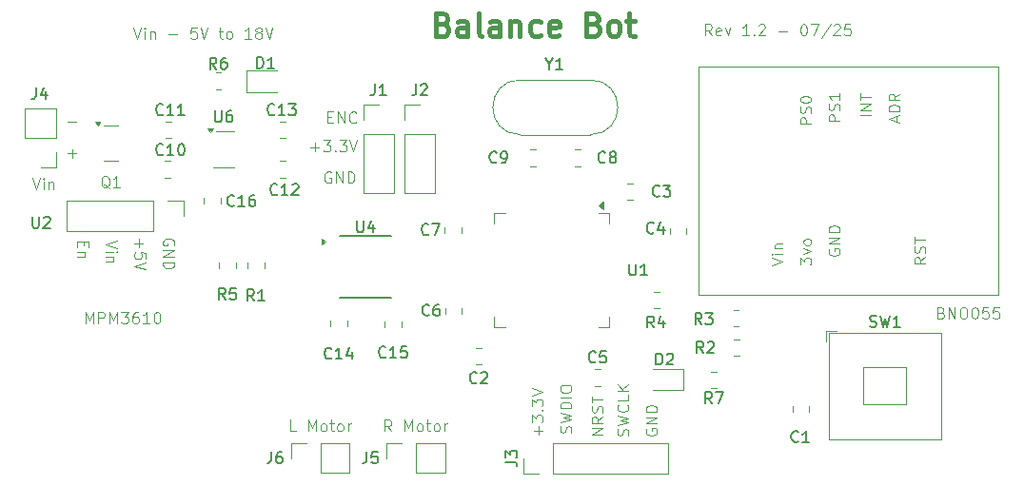
<source format=gbr>
%TF.GenerationSoftware,KiCad,Pcbnew,9.0.2*%
%TF.CreationDate,2025-07-28T19:39:00-05:00*%
%TF.ProjectId,balance_bot,62616c61-6e63-4655-9f62-6f742e6b6963,rev?*%
%TF.SameCoordinates,Original*%
%TF.FileFunction,Legend,Top*%
%TF.FilePolarity,Positive*%
%FSLAX46Y46*%
G04 Gerber Fmt 4.6, Leading zero omitted, Abs format (unit mm)*
G04 Created by KiCad (PCBNEW 9.0.2) date 2025-07-28 19:39:00*
%MOMM*%
%LPD*%
G01*
G04 APERTURE LIST*
%ADD10C,0.100000*%
%ADD11C,0.400000*%
%ADD12C,0.150000*%
%ADD13C,0.120000*%
G04 APERTURE END LIST*
D10*
X152780419Y-114504115D02*
X151780419Y-114504115D01*
X151780419Y-114504115D02*
X152780419Y-113932687D01*
X152780419Y-113932687D02*
X151780419Y-113932687D01*
X152780419Y-112885068D02*
X152304228Y-113218401D01*
X152780419Y-113456496D02*
X151780419Y-113456496D01*
X151780419Y-113456496D02*
X151780419Y-113075544D01*
X151780419Y-113075544D02*
X151828038Y-112980306D01*
X151828038Y-112980306D02*
X151875657Y-112932687D01*
X151875657Y-112932687D02*
X151970895Y-112885068D01*
X151970895Y-112885068D02*
X152113752Y-112885068D01*
X152113752Y-112885068D02*
X152208990Y-112932687D01*
X152208990Y-112932687D02*
X152256609Y-112980306D01*
X152256609Y-112980306D02*
X152304228Y-113075544D01*
X152304228Y-113075544D02*
X152304228Y-113456496D01*
X152732800Y-112504115D02*
X152780419Y-112361258D01*
X152780419Y-112361258D02*
X152780419Y-112123163D01*
X152780419Y-112123163D02*
X152732800Y-112027925D01*
X152732800Y-112027925D02*
X152685180Y-111980306D01*
X152685180Y-111980306D02*
X152589942Y-111932687D01*
X152589942Y-111932687D02*
X152494704Y-111932687D01*
X152494704Y-111932687D02*
X152399466Y-111980306D01*
X152399466Y-111980306D02*
X152351847Y-112027925D01*
X152351847Y-112027925D02*
X152304228Y-112123163D01*
X152304228Y-112123163D02*
X152256609Y-112313639D01*
X152256609Y-112313639D02*
X152208990Y-112408877D01*
X152208990Y-112408877D02*
X152161371Y-112456496D01*
X152161371Y-112456496D02*
X152066133Y-112504115D01*
X152066133Y-112504115D02*
X151970895Y-112504115D01*
X151970895Y-112504115D02*
X151875657Y-112456496D01*
X151875657Y-112456496D02*
X151828038Y-112408877D01*
X151828038Y-112408877D02*
X151780419Y-112313639D01*
X151780419Y-112313639D02*
X151780419Y-112075544D01*
X151780419Y-112075544D02*
X151828038Y-111932687D01*
X151780419Y-111646972D02*
X151780419Y-111075544D01*
X152780419Y-111361258D02*
X151780419Y-111361258D01*
X162470112Y-78942619D02*
X162136779Y-78466428D01*
X161898684Y-78942619D02*
X161898684Y-77942619D01*
X161898684Y-77942619D02*
X162279636Y-77942619D01*
X162279636Y-77942619D02*
X162374874Y-77990238D01*
X162374874Y-77990238D02*
X162422493Y-78037857D01*
X162422493Y-78037857D02*
X162470112Y-78133095D01*
X162470112Y-78133095D02*
X162470112Y-78275952D01*
X162470112Y-78275952D02*
X162422493Y-78371190D01*
X162422493Y-78371190D02*
X162374874Y-78418809D01*
X162374874Y-78418809D02*
X162279636Y-78466428D01*
X162279636Y-78466428D02*
X161898684Y-78466428D01*
X163279636Y-78895000D02*
X163184398Y-78942619D01*
X163184398Y-78942619D02*
X162993922Y-78942619D01*
X162993922Y-78942619D02*
X162898684Y-78895000D01*
X162898684Y-78895000D02*
X162851065Y-78799761D01*
X162851065Y-78799761D02*
X162851065Y-78418809D01*
X162851065Y-78418809D02*
X162898684Y-78323571D01*
X162898684Y-78323571D02*
X162993922Y-78275952D01*
X162993922Y-78275952D02*
X163184398Y-78275952D01*
X163184398Y-78275952D02*
X163279636Y-78323571D01*
X163279636Y-78323571D02*
X163327255Y-78418809D01*
X163327255Y-78418809D02*
X163327255Y-78514047D01*
X163327255Y-78514047D02*
X162851065Y-78609285D01*
X163660589Y-78275952D02*
X163898684Y-78942619D01*
X163898684Y-78942619D02*
X164136779Y-78275952D01*
X165803446Y-78942619D02*
X165232018Y-78942619D01*
X165517732Y-78942619D02*
X165517732Y-77942619D01*
X165517732Y-77942619D02*
X165422494Y-78085476D01*
X165422494Y-78085476D02*
X165327256Y-78180714D01*
X165327256Y-78180714D02*
X165232018Y-78228333D01*
X166232018Y-78847380D02*
X166279637Y-78895000D01*
X166279637Y-78895000D02*
X166232018Y-78942619D01*
X166232018Y-78942619D02*
X166184399Y-78895000D01*
X166184399Y-78895000D02*
X166232018Y-78847380D01*
X166232018Y-78847380D02*
X166232018Y-78942619D01*
X166660589Y-78037857D02*
X166708208Y-77990238D01*
X166708208Y-77990238D02*
X166803446Y-77942619D01*
X166803446Y-77942619D02*
X167041541Y-77942619D01*
X167041541Y-77942619D02*
X167136779Y-77990238D01*
X167136779Y-77990238D02*
X167184398Y-78037857D01*
X167184398Y-78037857D02*
X167232017Y-78133095D01*
X167232017Y-78133095D02*
X167232017Y-78228333D01*
X167232017Y-78228333D02*
X167184398Y-78371190D01*
X167184398Y-78371190D02*
X166612970Y-78942619D01*
X166612970Y-78942619D02*
X167232017Y-78942619D01*
X168422494Y-78561666D02*
X169184399Y-78561666D01*
X170612970Y-77942619D02*
X170708208Y-77942619D01*
X170708208Y-77942619D02*
X170803446Y-77990238D01*
X170803446Y-77990238D02*
X170851065Y-78037857D01*
X170851065Y-78037857D02*
X170898684Y-78133095D01*
X170898684Y-78133095D02*
X170946303Y-78323571D01*
X170946303Y-78323571D02*
X170946303Y-78561666D01*
X170946303Y-78561666D02*
X170898684Y-78752142D01*
X170898684Y-78752142D02*
X170851065Y-78847380D01*
X170851065Y-78847380D02*
X170803446Y-78895000D01*
X170803446Y-78895000D02*
X170708208Y-78942619D01*
X170708208Y-78942619D02*
X170612970Y-78942619D01*
X170612970Y-78942619D02*
X170517732Y-78895000D01*
X170517732Y-78895000D02*
X170470113Y-78847380D01*
X170470113Y-78847380D02*
X170422494Y-78752142D01*
X170422494Y-78752142D02*
X170374875Y-78561666D01*
X170374875Y-78561666D02*
X170374875Y-78323571D01*
X170374875Y-78323571D02*
X170422494Y-78133095D01*
X170422494Y-78133095D02*
X170470113Y-78037857D01*
X170470113Y-78037857D02*
X170517732Y-77990238D01*
X170517732Y-77990238D02*
X170612970Y-77942619D01*
X171279637Y-77942619D02*
X171946303Y-77942619D01*
X171946303Y-77942619D02*
X171517732Y-78942619D01*
X173041541Y-77895000D02*
X172184399Y-79180714D01*
X173327256Y-78037857D02*
X173374875Y-77990238D01*
X173374875Y-77990238D02*
X173470113Y-77942619D01*
X173470113Y-77942619D02*
X173708208Y-77942619D01*
X173708208Y-77942619D02*
X173803446Y-77990238D01*
X173803446Y-77990238D02*
X173851065Y-78037857D01*
X173851065Y-78037857D02*
X173898684Y-78133095D01*
X173898684Y-78133095D02*
X173898684Y-78228333D01*
X173898684Y-78228333D02*
X173851065Y-78371190D01*
X173851065Y-78371190D02*
X173279637Y-78942619D01*
X173279637Y-78942619D02*
X173898684Y-78942619D01*
X174803446Y-77942619D02*
X174327256Y-77942619D01*
X174327256Y-77942619D02*
X174279637Y-78418809D01*
X174279637Y-78418809D02*
X174327256Y-78371190D01*
X174327256Y-78371190D02*
X174422494Y-78323571D01*
X174422494Y-78323571D02*
X174660589Y-78323571D01*
X174660589Y-78323571D02*
X174755827Y-78371190D01*
X174755827Y-78371190D02*
X174803446Y-78418809D01*
X174803446Y-78418809D02*
X174851065Y-78514047D01*
X174851065Y-78514047D02*
X174851065Y-78752142D01*
X174851065Y-78752142D02*
X174803446Y-78847380D01*
X174803446Y-78847380D02*
X174755827Y-78895000D01*
X174755827Y-78895000D02*
X174660589Y-78942619D01*
X174660589Y-78942619D02*
X174422494Y-78942619D01*
X174422494Y-78942619D02*
X174327256Y-78895000D01*
X174327256Y-78895000D02*
X174279637Y-78847380D01*
X178910704Y-86611734D02*
X178910704Y-86135544D01*
X179196419Y-86706972D02*
X178196419Y-86373639D01*
X178196419Y-86373639D02*
X179196419Y-86040306D01*
X179196419Y-85706972D02*
X178196419Y-85706972D01*
X178196419Y-85706972D02*
X178196419Y-85468877D01*
X178196419Y-85468877D02*
X178244038Y-85326020D01*
X178244038Y-85326020D02*
X178339276Y-85230782D01*
X178339276Y-85230782D02*
X178434514Y-85183163D01*
X178434514Y-85183163D02*
X178624990Y-85135544D01*
X178624990Y-85135544D02*
X178767847Y-85135544D01*
X178767847Y-85135544D02*
X178958323Y-85183163D01*
X178958323Y-85183163D02*
X179053561Y-85230782D01*
X179053561Y-85230782D02*
X179148800Y-85326020D01*
X179148800Y-85326020D02*
X179196419Y-85468877D01*
X179196419Y-85468877D02*
X179196419Y-85706972D01*
X179196419Y-84135544D02*
X178720228Y-84468877D01*
X179196419Y-84706972D02*
X178196419Y-84706972D01*
X178196419Y-84706972D02*
X178196419Y-84326020D01*
X178196419Y-84326020D02*
X178244038Y-84230782D01*
X178244038Y-84230782D02*
X178291657Y-84183163D01*
X178291657Y-84183163D02*
X178386895Y-84135544D01*
X178386895Y-84135544D02*
X178529752Y-84135544D01*
X178529752Y-84135544D02*
X178624990Y-84183163D01*
X178624990Y-84183163D02*
X178672609Y-84230782D01*
X178672609Y-84230782D02*
X178720228Y-84326020D01*
X178720228Y-84326020D02*
X178720228Y-84706972D01*
X167782419Y-99406972D02*
X168782419Y-99073639D01*
X168782419Y-99073639D02*
X167782419Y-98740306D01*
X168782419Y-98406972D02*
X168115752Y-98406972D01*
X167782419Y-98406972D02*
X167830038Y-98454591D01*
X167830038Y-98454591D02*
X167877657Y-98406972D01*
X167877657Y-98406972D02*
X167830038Y-98359353D01*
X167830038Y-98359353D02*
X167782419Y-98406972D01*
X167782419Y-98406972D02*
X167877657Y-98406972D01*
X168115752Y-97930782D02*
X168782419Y-97930782D01*
X168210990Y-97930782D02*
X168163371Y-97883163D01*
X168163371Y-97883163D02*
X168115752Y-97787925D01*
X168115752Y-97787925D02*
X168115752Y-97645068D01*
X168115752Y-97645068D02*
X168163371Y-97549830D01*
X168163371Y-97549830D02*
X168258609Y-97502211D01*
X168258609Y-97502211D02*
X168782419Y-97502211D01*
X170322419Y-99359353D02*
X170322419Y-98740306D01*
X170322419Y-98740306D02*
X170703371Y-99073639D01*
X170703371Y-99073639D02*
X170703371Y-98930782D01*
X170703371Y-98930782D02*
X170750990Y-98835544D01*
X170750990Y-98835544D02*
X170798609Y-98787925D01*
X170798609Y-98787925D02*
X170893847Y-98740306D01*
X170893847Y-98740306D02*
X171131942Y-98740306D01*
X171131942Y-98740306D02*
X171227180Y-98787925D01*
X171227180Y-98787925D02*
X171274800Y-98835544D01*
X171274800Y-98835544D02*
X171322419Y-98930782D01*
X171322419Y-98930782D02*
X171322419Y-99216496D01*
X171322419Y-99216496D02*
X171274800Y-99311734D01*
X171274800Y-99311734D02*
X171227180Y-99359353D01*
X170655752Y-98406972D02*
X171322419Y-98168877D01*
X171322419Y-98168877D02*
X170655752Y-97930782D01*
X171322419Y-97406972D02*
X171274800Y-97502210D01*
X171274800Y-97502210D02*
X171227180Y-97549829D01*
X171227180Y-97549829D02*
X171131942Y-97597448D01*
X171131942Y-97597448D02*
X170846228Y-97597448D01*
X170846228Y-97597448D02*
X170750990Y-97549829D01*
X170750990Y-97549829D02*
X170703371Y-97502210D01*
X170703371Y-97502210D02*
X170655752Y-97406972D01*
X170655752Y-97406972D02*
X170655752Y-97264115D01*
X170655752Y-97264115D02*
X170703371Y-97168877D01*
X170703371Y-97168877D02*
X170750990Y-97121258D01*
X170750990Y-97121258D02*
X170846228Y-97073639D01*
X170846228Y-97073639D02*
X171131942Y-97073639D01*
X171131942Y-97073639D02*
X171227180Y-97121258D01*
X171227180Y-97121258D02*
X171274800Y-97168877D01*
X171274800Y-97168877D02*
X171322419Y-97264115D01*
X171322419Y-97264115D02*
X171322419Y-97406972D01*
X105205884Y-86664266D02*
X105967789Y-86664266D01*
X109585580Y-97189027D02*
X108585580Y-97522360D01*
X108585580Y-97522360D02*
X109585580Y-97855693D01*
X108585580Y-98189027D02*
X109252247Y-98189027D01*
X109585580Y-98189027D02*
X109537961Y-98141408D01*
X109537961Y-98141408D02*
X109490342Y-98189027D01*
X109490342Y-98189027D02*
X109537961Y-98236646D01*
X109537961Y-98236646D02*
X109585580Y-98189027D01*
X109585580Y-98189027D02*
X109490342Y-98189027D01*
X109252247Y-98665217D02*
X108585580Y-98665217D01*
X109157009Y-98665217D02*
X109204628Y-98712836D01*
X109204628Y-98712836D02*
X109252247Y-98808074D01*
X109252247Y-98808074D02*
X109252247Y-98950931D01*
X109252247Y-98950931D02*
X109204628Y-99046169D01*
X109204628Y-99046169D02*
X109109390Y-99093788D01*
X109109390Y-99093788D02*
X108585580Y-99093788D01*
X126795884Y-88899466D02*
X127557789Y-88899466D01*
X127176836Y-89280419D02*
X127176836Y-88518514D01*
X127938741Y-88280419D02*
X128557788Y-88280419D01*
X128557788Y-88280419D02*
X128224455Y-88661371D01*
X128224455Y-88661371D02*
X128367312Y-88661371D01*
X128367312Y-88661371D02*
X128462550Y-88708990D01*
X128462550Y-88708990D02*
X128510169Y-88756609D01*
X128510169Y-88756609D02*
X128557788Y-88851847D01*
X128557788Y-88851847D02*
X128557788Y-89089942D01*
X128557788Y-89089942D02*
X128510169Y-89185180D01*
X128510169Y-89185180D02*
X128462550Y-89232800D01*
X128462550Y-89232800D02*
X128367312Y-89280419D01*
X128367312Y-89280419D02*
X128081598Y-89280419D01*
X128081598Y-89280419D02*
X127986360Y-89232800D01*
X127986360Y-89232800D02*
X127938741Y-89185180D01*
X128986360Y-89185180D02*
X129033979Y-89232800D01*
X129033979Y-89232800D02*
X128986360Y-89280419D01*
X128986360Y-89280419D02*
X128938741Y-89232800D01*
X128938741Y-89232800D02*
X128986360Y-89185180D01*
X128986360Y-89185180D02*
X128986360Y-89280419D01*
X129367312Y-88280419D02*
X129986359Y-88280419D01*
X129986359Y-88280419D02*
X129653026Y-88661371D01*
X129653026Y-88661371D02*
X129795883Y-88661371D01*
X129795883Y-88661371D02*
X129891121Y-88708990D01*
X129891121Y-88708990D02*
X129938740Y-88756609D01*
X129938740Y-88756609D02*
X129986359Y-88851847D01*
X129986359Y-88851847D02*
X129986359Y-89089942D01*
X129986359Y-89089942D02*
X129938740Y-89185180D01*
X129938740Y-89185180D02*
X129891121Y-89232800D01*
X129891121Y-89232800D02*
X129795883Y-89280419D01*
X129795883Y-89280419D02*
X129510169Y-89280419D01*
X129510169Y-89280419D02*
X129414931Y-89232800D01*
X129414931Y-89232800D02*
X129367312Y-89185180D01*
X130272074Y-88280419D02*
X130605407Y-89280419D01*
X130605407Y-89280419D02*
X130938740Y-88280419D01*
X181482419Y-98692687D02*
X181006228Y-99026020D01*
X181482419Y-99264115D02*
X180482419Y-99264115D01*
X180482419Y-99264115D02*
X180482419Y-98883163D01*
X180482419Y-98883163D02*
X180530038Y-98787925D01*
X180530038Y-98787925D02*
X180577657Y-98740306D01*
X180577657Y-98740306D02*
X180672895Y-98692687D01*
X180672895Y-98692687D02*
X180815752Y-98692687D01*
X180815752Y-98692687D02*
X180910990Y-98740306D01*
X180910990Y-98740306D02*
X180958609Y-98787925D01*
X180958609Y-98787925D02*
X181006228Y-98883163D01*
X181006228Y-98883163D02*
X181006228Y-99264115D01*
X181434800Y-98311734D02*
X181482419Y-98168877D01*
X181482419Y-98168877D02*
X181482419Y-97930782D01*
X181482419Y-97930782D02*
X181434800Y-97835544D01*
X181434800Y-97835544D02*
X181387180Y-97787925D01*
X181387180Y-97787925D02*
X181291942Y-97740306D01*
X181291942Y-97740306D02*
X181196704Y-97740306D01*
X181196704Y-97740306D02*
X181101466Y-97787925D01*
X181101466Y-97787925D02*
X181053847Y-97835544D01*
X181053847Y-97835544D02*
X181006228Y-97930782D01*
X181006228Y-97930782D02*
X180958609Y-98121258D01*
X180958609Y-98121258D02*
X180910990Y-98216496D01*
X180910990Y-98216496D02*
X180863371Y-98264115D01*
X180863371Y-98264115D02*
X180768133Y-98311734D01*
X180768133Y-98311734D02*
X180672895Y-98311734D01*
X180672895Y-98311734D02*
X180577657Y-98264115D01*
X180577657Y-98264115D02*
X180530038Y-98216496D01*
X180530038Y-98216496D02*
X180482419Y-98121258D01*
X180482419Y-98121258D02*
X180482419Y-97883163D01*
X180482419Y-97883163D02*
X180530038Y-97740306D01*
X180482419Y-97454591D02*
X180482419Y-96883163D01*
X181482419Y-97168877D02*
X180482419Y-97168877D01*
X182882217Y-103615609D02*
X183025074Y-103663228D01*
X183025074Y-103663228D02*
X183072693Y-103710847D01*
X183072693Y-103710847D02*
X183120312Y-103806085D01*
X183120312Y-103806085D02*
X183120312Y-103948942D01*
X183120312Y-103948942D02*
X183072693Y-104044180D01*
X183072693Y-104044180D02*
X183025074Y-104091800D01*
X183025074Y-104091800D02*
X182929836Y-104139419D01*
X182929836Y-104139419D02*
X182548884Y-104139419D01*
X182548884Y-104139419D02*
X182548884Y-103139419D01*
X182548884Y-103139419D02*
X182882217Y-103139419D01*
X182882217Y-103139419D02*
X182977455Y-103187038D01*
X182977455Y-103187038D02*
X183025074Y-103234657D01*
X183025074Y-103234657D02*
X183072693Y-103329895D01*
X183072693Y-103329895D02*
X183072693Y-103425133D01*
X183072693Y-103425133D02*
X183025074Y-103520371D01*
X183025074Y-103520371D02*
X182977455Y-103567990D01*
X182977455Y-103567990D02*
X182882217Y-103615609D01*
X182882217Y-103615609D02*
X182548884Y-103615609D01*
X183548884Y-104139419D02*
X183548884Y-103139419D01*
X183548884Y-103139419D02*
X184120312Y-104139419D01*
X184120312Y-104139419D02*
X184120312Y-103139419D01*
X184786979Y-103139419D02*
X184977455Y-103139419D01*
X184977455Y-103139419D02*
X185072693Y-103187038D01*
X185072693Y-103187038D02*
X185167931Y-103282276D01*
X185167931Y-103282276D02*
X185215550Y-103472752D01*
X185215550Y-103472752D02*
X185215550Y-103806085D01*
X185215550Y-103806085D02*
X185167931Y-103996561D01*
X185167931Y-103996561D02*
X185072693Y-104091800D01*
X185072693Y-104091800D02*
X184977455Y-104139419D01*
X184977455Y-104139419D02*
X184786979Y-104139419D01*
X184786979Y-104139419D02*
X184691741Y-104091800D01*
X184691741Y-104091800D02*
X184596503Y-103996561D01*
X184596503Y-103996561D02*
X184548884Y-103806085D01*
X184548884Y-103806085D02*
X184548884Y-103472752D01*
X184548884Y-103472752D02*
X184596503Y-103282276D01*
X184596503Y-103282276D02*
X184691741Y-103187038D01*
X184691741Y-103187038D02*
X184786979Y-103139419D01*
X185834598Y-103139419D02*
X185929836Y-103139419D01*
X185929836Y-103139419D02*
X186025074Y-103187038D01*
X186025074Y-103187038D02*
X186072693Y-103234657D01*
X186072693Y-103234657D02*
X186120312Y-103329895D01*
X186120312Y-103329895D02*
X186167931Y-103520371D01*
X186167931Y-103520371D02*
X186167931Y-103758466D01*
X186167931Y-103758466D02*
X186120312Y-103948942D01*
X186120312Y-103948942D02*
X186072693Y-104044180D01*
X186072693Y-104044180D02*
X186025074Y-104091800D01*
X186025074Y-104091800D02*
X185929836Y-104139419D01*
X185929836Y-104139419D02*
X185834598Y-104139419D01*
X185834598Y-104139419D02*
X185739360Y-104091800D01*
X185739360Y-104091800D02*
X185691741Y-104044180D01*
X185691741Y-104044180D02*
X185644122Y-103948942D01*
X185644122Y-103948942D02*
X185596503Y-103758466D01*
X185596503Y-103758466D02*
X185596503Y-103520371D01*
X185596503Y-103520371D02*
X185644122Y-103329895D01*
X185644122Y-103329895D02*
X185691741Y-103234657D01*
X185691741Y-103234657D02*
X185739360Y-103187038D01*
X185739360Y-103187038D02*
X185834598Y-103139419D01*
X187072693Y-103139419D02*
X186596503Y-103139419D01*
X186596503Y-103139419D02*
X186548884Y-103615609D01*
X186548884Y-103615609D02*
X186596503Y-103567990D01*
X186596503Y-103567990D02*
X186691741Y-103520371D01*
X186691741Y-103520371D02*
X186929836Y-103520371D01*
X186929836Y-103520371D02*
X187025074Y-103567990D01*
X187025074Y-103567990D02*
X187072693Y-103615609D01*
X187072693Y-103615609D02*
X187120312Y-103710847D01*
X187120312Y-103710847D02*
X187120312Y-103948942D01*
X187120312Y-103948942D02*
X187072693Y-104044180D01*
X187072693Y-104044180D02*
X187025074Y-104091800D01*
X187025074Y-104091800D02*
X186929836Y-104139419D01*
X186929836Y-104139419D02*
X186691741Y-104139419D01*
X186691741Y-104139419D02*
X186596503Y-104091800D01*
X186596503Y-104091800D02*
X186548884Y-104044180D01*
X188025074Y-103139419D02*
X187548884Y-103139419D01*
X187548884Y-103139419D02*
X187501265Y-103615609D01*
X187501265Y-103615609D02*
X187548884Y-103567990D01*
X187548884Y-103567990D02*
X187644122Y-103520371D01*
X187644122Y-103520371D02*
X187882217Y-103520371D01*
X187882217Y-103520371D02*
X187977455Y-103567990D01*
X187977455Y-103567990D02*
X188025074Y-103615609D01*
X188025074Y-103615609D02*
X188072693Y-103710847D01*
X188072693Y-103710847D02*
X188072693Y-103948942D01*
X188072693Y-103948942D02*
X188025074Y-104044180D01*
X188025074Y-104044180D02*
X187977455Y-104091800D01*
X187977455Y-104091800D02*
X187882217Y-104139419D01*
X187882217Y-104139419D02*
X187644122Y-104139419D01*
X187644122Y-104139419D02*
X187548884Y-104091800D01*
X187548884Y-104091800D02*
X187501265Y-104044180D01*
X128319884Y-86216609D02*
X128653217Y-86216609D01*
X128796074Y-86740419D02*
X128319884Y-86740419D01*
X128319884Y-86740419D02*
X128319884Y-85740419D01*
X128319884Y-85740419D02*
X128796074Y-85740419D01*
X129224646Y-86740419D02*
X129224646Y-85740419D01*
X129224646Y-85740419D02*
X129796074Y-86740419D01*
X129796074Y-86740419D02*
X129796074Y-85740419D01*
X130843693Y-86645180D02*
X130796074Y-86692800D01*
X130796074Y-86692800D02*
X130653217Y-86740419D01*
X130653217Y-86740419D02*
X130557979Y-86740419D01*
X130557979Y-86740419D02*
X130415122Y-86692800D01*
X130415122Y-86692800D02*
X130319884Y-86597561D01*
X130319884Y-86597561D02*
X130272265Y-86502323D01*
X130272265Y-86502323D02*
X130224646Y-86311847D01*
X130224646Y-86311847D02*
X130224646Y-86168990D01*
X130224646Y-86168990D02*
X130272265Y-85978514D01*
X130272265Y-85978514D02*
X130319884Y-85883276D01*
X130319884Y-85883276D02*
X130415122Y-85788038D01*
X130415122Y-85788038D02*
X130557979Y-85740419D01*
X130557979Y-85740419D02*
X130653217Y-85740419D01*
X130653217Y-85740419D02*
X130796074Y-85788038D01*
X130796074Y-85788038D02*
X130843693Y-85835657D01*
X147065466Y-114504115D02*
X147065466Y-113742211D01*
X147446419Y-114123163D02*
X146684514Y-114123163D01*
X146446419Y-113361258D02*
X146446419Y-112742211D01*
X146446419Y-112742211D02*
X146827371Y-113075544D01*
X146827371Y-113075544D02*
X146827371Y-112932687D01*
X146827371Y-112932687D02*
X146874990Y-112837449D01*
X146874990Y-112837449D02*
X146922609Y-112789830D01*
X146922609Y-112789830D02*
X147017847Y-112742211D01*
X147017847Y-112742211D02*
X147255942Y-112742211D01*
X147255942Y-112742211D02*
X147351180Y-112789830D01*
X147351180Y-112789830D02*
X147398800Y-112837449D01*
X147398800Y-112837449D02*
X147446419Y-112932687D01*
X147446419Y-112932687D02*
X147446419Y-113218401D01*
X147446419Y-113218401D02*
X147398800Y-113313639D01*
X147398800Y-113313639D02*
X147351180Y-113361258D01*
X147351180Y-112313639D02*
X147398800Y-112266020D01*
X147398800Y-112266020D02*
X147446419Y-112313639D01*
X147446419Y-112313639D02*
X147398800Y-112361258D01*
X147398800Y-112361258D02*
X147351180Y-112313639D01*
X147351180Y-112313639D02*
X147446419Y-112313639D01*
X146446419Y-111932687D02*
X146446419Y-111313640D01*
X146446419Y-111313640D02*
X146827371Y-111646973D01*
X146827371Y-111646973D02*
X146827371Y-111504116D01*
X146827371Y-111504116D02*
X146874990Y-111408878D01*
X146874990Y-111408878D02*
X146922609Y-111361259D01*
X146922609Y-111361259D02*
X147017847Y-111313640D01*
X147017847Y-111313640D02*
X147255942Y-111313640D01*
X147255942Y-111313640D02*
X147351180Y-111361259D01*
X147351180Y-111361259D02*
X147398800Y-111408878D01*
X147398800Y-111408878D02*
X147446419Y-111504116D01*
X147446419Y-111504116D02*
X147446419Y-111789830D01*
X147446419Y-111789830D02*
X147398800Y-111885068D01*
X147398800Y-111885068D02*
X147351180Y-111932687D01*
X146446419Y-111027925D02*
X147446419Y-110694592D01*
X147446419Y-110694592D02*
X146446419Y-110361259D01*
X125494074Y-114172419D02*
X125017884Y-114172419D01*
X125017884Y-114172419D02*
X125017884Y-113172419D01*
X126589313Y-114172419D02*
X126589313Y-113172419D01*
X126589313Y-113172419D02*
X126922646Y-113886704D01*
X126922646Y-113886704D02*
X127255979Y-113172419D01*
X127255979Y-113172419D02*
X127255979Y-114172419D01*
X127875027Y-114172419D02*
X127779789Y-114124800D01*
X127779789Y-114124800D02*
X127732170Y-114077180D01*
X127732170Y-114077180D02*
X127684551Y-113981942D01*
X127684551Y-113981942D02*
X127684551Y-113696228D01*
X127684551Y-113696228D02*
X127732170Y-113600990D01*
X127732170Y-113600990D02*
X127779789Y-113553371D01*
X127779789Y-113553371D02*
X127875027Y-113505752D01*
X127875027Y-113505752D02*
X128017884Y-113505752D01*
X128017884Y-113505752D02*
X128113122Y-113553371D01*
X128113122Y-113553371D02*
X128160741Y-113600990D01*
X128160741Y-113600990D02*
X128208360Y-113696228D01*
X128208360Y-113696228D02*
X128208360Y-113981942D01*
X128208360Y-113981942D02*
X128160741Y-114077180D01*
X128160741Y-114077180D02*
X128113122Y-114124800D01*
X128113122Y-114124800D02*
X128017884Y-114172419D01*
X128017884Y-114172419D02*
X127875027Y-114172419D01*
X128494075Y-113505752D02*
X128875027Y-113505752D01*
X128636932Y-113172419D02*
X128636932Y-114029561D01*
X128636932Y-114029561D02*
X128684551Y-114124800D01*
X128684551Y-114124800D02*
X128779789Y-114172419D01*
X128779789Y-114172419D02*
X128875027Y-114172419D01*
X129351218Y-114172419D02*
X129255980Y-114124800D01*
X129255980Y-114124800D02*
X129208361Y-114077180D01*
X129208361Y-114077180D02*
X129160742Y-113981942D01*
X129160742Y-113981942D02*
X129160742Y-113696228D01*
X129160742Y-113696228D02*
X129208361Y-113600990D01*
X129208361Y-113600990D02*
X129255980Y-113553371D01*
X129255980Y-113553371D02*
X129351218Y-113505752D01*
X129351218Y-113505752D02*
X129494075Y-113505752D01*
X129494075Y-113505752D02*
X129589313Y-113553371D01*
X129589313Y-113553371D02*
X129636932Y-113600990D01*
X129636932Y-113600990D02*
X129684551Y-113696228D01*
X129684551Y-113696228D02*
X129684551Y-113981942D01*
X129684551Y-113981942D02*
X129636932Y-114077180D01*
X129636932Y-114077180D02*
X129589313Y-114124800D01*
X129589313Y-114124800D02*
X129494075Y-114172419D01*
X129494075Y-114172419D02*
X129351218Y-114172419D01*
X130113123Y-114172419D02*
X130113123Y-113505752D01*
X130113123Y-113696228D02*
X130160742Y-113600990D01*
X130160742Y-113600990D02*
X130208361Y-113553371D01*
X130208361Y-113553371D02*
X130303599Y-113505752D01*
X130303599Y-113505752D02*
X130398837Y-113505752D01*
X173862419Y-86564115D02*
X172862419Y-86564115D01*
X172862419Y-86564115D02*
X172862419Y-86183163D01*
X172862419Y-86183163D02*
X172910038Y-86087925D01*
X172910038Y-86087925D02*
X172957657Y-86040306D01*
X172957657Y-86040306D02*
X173052895Y-85992687D01*
X173052895Y-85992687D02*
X173195752Y-85992687D01*
X173195752Y-85992687D02*
X173290990Y-86040306D01*
X173290990Y-86040306D02*
X173338609Y-86087925D01*
X173338609Y-86087925D02*
X173386228Y-86183163D01*
X173386228Y-86183163D02*
X173386228Y-86564115D01*
X173814800Y-85611734D02*
X173862419Y-85468877D01*
X173862419Y-85468877D02*
X173862419Y-85230782D01*
X173862419Y-85230782D02*
X173814800Y-85135544D01*
X173814800Y-85135544D02*
X173767180Y-85087925D01*
X173767180Y-85087925D02*
X173671942Y-85040306D01*
X173671942Y-85040306D02*
X173576704Y-85040306D01*
X173576704Y-85040306D02*
X173481466Y-85087925D01*
X173481466Y-85087925D02*
X173433847Y-85135544D01*
X173433847Y-85135544D02*
X173386228Y-85230782D01*
X173386228Y-85230782D02*
X173338609Y-85421258D01*
X173338609Y-85421258D02*
X173290990Y-85516496D01*
X173290990Y-85516496D02*
X173243371Y-85564115D01*
X173243371Y-85564115D02*
X173148133Y-85611734D01*
X173148133Y-85611734D02*
X173052895Y-85611734D01*
X173052895Y-85611734D02*
X172957657Y-85564115D01*
X172957657Y-85564115D02*
X172910038Y-85516496D01*
X172910038Y-85516496D02*
X172862419Y-85421258D01*
X172862419Y-85421258D02*
X172862419Y-85183163D01*
X172862419Y-85183163D02*
X172910038Y-85040306D01*
X173862419Y-84087925D02*
X173862419Y-84659353D01*
X173862419Y-84373639D02*
X172862419Y-84373639D01*
X172862419Y-84373639D02*
X173005276Y-84468877D01*
X173005276Y-84468877D02*
X173100514Y-84564115D01*
X173100514Y-84564115D02*
X173148133Y-84659353D01*
X133971312Y-114172419D02*
X133637979Y-113696228D01*
X133399884Y-114172419D02*
X133399884Y-113172419D01*
X133399884Y-113172419D02*
X133780836Y-113172419D01*
X133780836Y-113172419D02*
X133876074Y-113220038D01*
X133876074Y-113220038D02*
X133923693Y-113267657D01*
X133923693Y-113267657D02*
X133971312Y-113362895D01*
X133971312Y-113362895D02*
X133971312Y-113505752D01*
X133971312Y-113505752D02*
X133923693Y-113600990D01*
X133923693Y-113600990D02*
X133876074Y-113648609D01*
X133876074Y-113648609D02*
X133780836Y-113696228D01*
X133780836Y-113696228D02*
X133399884Y-113696228D01*
X135161789Y-114172419D02*
X135161789Y-113172419D01*
X135161789Y-113172419D02*
X135495122Y-113886704D01*
X135495122Y-113886704D02*
X135828455Y-113172419D01*
X135828455Y-113172419D02*
X135828455Y-114172419D01*
X136447503Y-114172419D02*
X136352265Y-114124800D01*
X136352265Y-114124800D02*
X136304646Y-114077180D01*
X136304646Y-114077180D02*
X136257027Y-113981942D01*
X136257027Y-113981942D02*
X136257027Y-113696228D01*
X136257027Y-113696228D02*
X136304646Y-113600990D01*
X136304646Y-113600990D02*
X136352265Y-113553371D01*
X136352265Y-113553371D02*
X136447503Y-113505752D01*
X136447503Y-113505752D02*
X136590360Y-113505752D01*
X136590360Y-113505752D02*
X136685598Y-113553371D01*
X136685598Y-113553371D02*
X136733217Y-113600990D01*
X136733217Y-113600990D02*
X136780836Y-113696228D01*
X136780836Y-113696228D02*
X136780836Y-113981942D01*
X136780836Y-113981942D02*
X136733217Y-114077180D01*
X136733217Y-114077180D02*
X136685598Y-114124800D01*
X136685598Y-114124800D02*
X136590360Y-114172419D01*
X136590360Y-114172419D02*
X136447503Y-114172419D01*
X137066551Y-113505752D02*
X137447503Y-113505752D01*
X137209408Y-113172419D02*
X137209408Y-114029561D01*
X137209408Y-114029561D02*
X137257027Y-114124800D01*
X137257027Y-114124800D02*
X137352265Y-114172419D01*
X137352265Y-114172419D02*
X137447503Y-114172419D01*
X137923694Y-114172419D02*
X137828456Y-114124800D01*
X137828456Y-114124800D02*
X137780837Y-114077180D01*
X137780837Y-114077180D02*
X137733218Y-113981942D01*
X137733218Y-113981942D02*
X137733218Y-113696228D01*
X137733218Y-113696228D02*
X137780837Y-113600990D01*
X137780837Y-113600990D02*
X137828456Y-113553371D01*
X137828456Y-113553371D02*
X137923694Y-113505752D01*
X137923694Y-113505752D02*
X138066551Y-113505752D01*
X138066551Y-113505752D02*
X138161789Y-113553371D01*
X138161789Y-113553371D02*
X138209408Y-113600990D01*
X138209408Y-113600990D02*
X138257027Y-113696228D01*
X138257027Y-113696228D02*
X138257027Y-113981942D01*
X138257027Y-113981942D02*
X138209408Y-114077180D01*
X138209408Y-114077180D02*
X138161789Y-114124800D01*
X138161789Y-114124800D02*
X138066551Y-114172419D01*
X138066551Y-114172419D02*
X137923694Y-114172419D01*
X138685599Y-114172419D02*
X138685599Y-113505752D01*
X138685599Y-113696228D02*
X138733218Y-113600990D01*
X138733218Y-113600990D02*
X138780837Y-113553371D01*
X138780837Y-113553371D02*
X138876075Y-113505752D01*
X138876075Y-113505752D02*
X138971313Y-113505752D01*
X149938800Y-114297734D02*
X149986419Y-114154877D01*
X149986419Y-114154877D02*
X149986419Y-113916782D01*
X149986419Y-113916782D02*
X149938800Y-113821544D01*
X149938800Y-113821544D02*
X149891180Y-113773925D01*
X149891180Y-113773925D02*
X149795942Y-113726306D01*
X149795942Y-113726306D02*
X149700704Y-113726306D01*
X149700704Y-113726306D02*
X149605466Y-113773925D01*
X149605466Y-113773925D02*
X149557847Y-113821544D01*
X149557847Y-113821544D02*
X149510228Y-113916782D01*
X149510228Y-113916782D02*
X149462609Y-114107258D01*
X149462609Y-114107258D02*
X149414990Y-114202496D01*
X149414990Y-114202496D02*
X149367371Y-114250115D01*
X149367371Y-114250115D02*
X149272133Y-114297734D01*
X149272133Y-114297734D02*
X149176895Y-114297734D01*
X149176895Y-114297734D02*
X149081657Y-114250115D01*
X149081657Y-114250115D02*
X149034038Y-114202496D01*
X149034038Y-114202496D02*
X148986419Y-114107258D01*
X148986419Y-114107258D02*
X148986419Y-113869163D01*
X148986419Y-113869163D02*
X149034038Y-113726306D01*
X148986419Y-113392972D02*
X149986419Y-113154877D01*
X149986419Y-113154877D02*
X149272133Y-112964401D01*
X149272133Y-112964401D02*
X149986419Y-112773925D01*
X149986419Y-112773925D02*
X148986419Y-112535830D01*
X149986419Y-112154877D02*
X148986419Y-112154877D01*
X148986419Y-112154877D02*
X148986419Y-111916782D01*
X148986419Y-111916782D02*
X149034038Y-111773925D01*
X149034038Y-111773925D02*
X149129276Y-111678687D01*
X149129276Y-111678687D02*
X149224514Y-111631068D01*
X149224514Y-111631068D02*
X149414990Y-111583449D01*
X149414990Y-111583449D02*
X149557847Y-111583449D01*
X149557847Y-111583449D02*
X149748323Y-111631068D01*
X149748323Y-111631068D02*
X149843561Y-111678687D01*
X149843561Y-111678687D02*
X149938800Y-111773925D01*
X149938800Y-111773925D02*
X149986419Y-111916782D01*
X149986419Y-111916782D02*
X149986419Y-112154877D01*
X149986419Y-111154877D02*
X148986419Y-111154877D01*
X148986419Y-110488211D02*
X148986419Y-110297735D01*
X148986419Y-110297735D02*
X149034038Y-110202497D01*
X149034038Y-110202497D02*
X149129276Y-110107259D01*
X149129276Y-110107259D02*
X149319752Y-110059640D01*
X149319752Y-110059640D02*
X149653085Y-110059640D01*
X149653085Y-110059640D02*
X149843561Y-110107259D01*
X149843561Y-110107259D02*
X149938800Y-110202497D01*
X149938800Y-110202497D02*
X149986419Y-110297735D01*
X149986419Y-110297735D02*
X149986419Y-110488211D01*
X149986419Y-110488211D02*
X149938800Y-110583449D01*
X149938800Y-110583449D02*
X149843561Y-110678687D01*
X149843561Y-110678687D02*
X149653085Y-110726306D01*
X149653085Y-110726306D02*
X149319752Y-110726306D01*
X149319752Y-110726306D02*
X149129276Y-110678687D01*
X149129276Y-110678687D02*
X149034038Y-110583449D01*
X149034038Y-110583449D02*
X148986419Y-110488211D01*
D11*
X138566014Y-77934819D02*
X138851728Y-78030057D01*
X138851728Y-78030057D02*
X138946966Y-78125295D01*
X138946966Y-78125295D02*
X139042204Y-78315771D01*
X139042204Y-78315771D02*
X139042204Y-78601485D01*
X139042204Y-78601485D02*
X138946966Y-78791961D01*
X138946966Y-78791961D02*
X138851728Y-78887200D01*
X138851728Y-78887200D02*
X138661252Y-78982438D01*
X138661252Y-78982438D02*
X137899347Y-78982438D01*
X137899347Y-78982438D02*
X137899347Y-76982438D01*
X137899347Y-76982438D02*
X138566014Y-76982438D01*
X138566014Y-76982438D02*
X138756490Y-77077676D01*
X138756490Y-77077676D02*
X138851728Y-77172914D01*
X138851728Y-77172914D02*
X138946966Y-77363390D01*
X138946966Y-77363390D02*
X138946966Y-77553866D01*
X138946966Y-77553866D02*
X138851728Y-77744342D01*
X138851728Y-77744342D02*
X138756490Y-77839580D01*
X138756490Y-77839580D02*
X138566014Y-77934819D01*
X138566014Y-77934819D02*
X137899347Y-77934819D01*
X140756490Y-78982438D02*
X140756490Y-77934819D01*
X140756490Y-77934819D02*
X140661252Y-77744342D01*
X140661252Y-77744342D02*
X140470776Y-77649104D01*
X140470776Y-77649104D02*
X140089823Y-77649104D01*
X140089823Y-77649104D02*
X139899347Y-77744342D01*
X140756490Y-78887200D02*
X140566014Y-78982438D01*
X140566014Y-78982438D02*
X140089823Y-78982438D01*
X140089823Y-78982438D02*
X139899347Y-78887200D01*
X139899347Y-78887200D02*
X139804109Y-78696723D01*
X139804109Y-78696723D02*
X139804109Y-78506247D01*
X139804109Y-78506247D02*
X139899347Y-78315771D01*
X139899347Y-78315771D02*
X140089823Y-78220533D01*
X140089823Y-78220533D02*
X140566014Y-78220533D01*
X140566014Y-78220533D02*
X140756490Y-78125295D01*
X141994585Y-78982438D02*
X141804109Y-78887200D01*
X141804109Y-78887200D02*
X141708871Y-78696723D01*
X141708871Y-78696723D02*
X141708871Y-76982438D01*
X143613633Y-78982438D02*
X143613633Y-77934819D01*
X143613633Y-77934819D02*
X143518395Y-77744342D01*
X143518395Y-77744342D02*
X143327919Y-77649104D01*
X143327919Y-77649104D02*
X142946966Y-77649104D01*
X142946966Y-77649104D02*
X142756490Y-77744342D01*
X143613633Y-78887200D02*
X143423157Y-78982438D01*
X143423157Y-78982438D02*
X142946966Y-78982438D01*
X142946966Y-78982438D02*
X142756490Y-78887200D01*
X142756490Y-78887200D02*
X142661252Y-78696723D01*
X142661252Y-78696723D02*
X142661252Y-78506247D01*
X142661252Y-78506247D02*
X142756490Y-78315771D01*
X142756490Y-78315771D02*
X142946966Y-78220533D01*
X142946966Y-78220533D02*
X143423157Y-78220533D01*
X143423157Y-78220533D02*
X143613633Y-78125295D01*
X144566014Y-77649104D02*
X144566014Y-78982438D01*
X144566014Y-77839580D02*
X144661252Y-77744342D01*
X144661252Y-77744342D02*
X144851728Y-77649104D01*
X144851728Y-77649104D02*
X145137443Y-77649104D01*
X145137443Y-77649104D02*
X145327919Y-77744342D01*
X145327919Y-77744342D02*
X145423157Y-77934819D01*
X145423157Y-77934819D02*
X145423157Y-78982438D01*
X147232681Y-78887200D02*
X147042205Y-78982438D01*
X147042205Y-78982438D02*
X146661252Y-78982438D01*
X146661252Y-78982438D02*
X146470776Y-78887200D01*
X146470776Y-78887200D02*
X146375538Y-78791961D01*
X146375538Y-78791961D02*
X146280300Y-78601485D01*
X146280300Y-78601485D02*
X146280300Y-78030057D01*
X146280300Y-78030057D02*
X146375538Y-77839580D01*
X146375538Y-77839580D02*
X146470776Y-77744342D01*
X146470776Y-77744342D02*
X146661252Y-77649104D01*
X146661252Y-77649104D02*
X147042205Y-77649104D01*
X147042205Y-77649104D02*
X147232681Y-77744342D01*
X148851729Y-78887200D02*
X148661253Y-78982438D01*
X148661253Y-78982438D02*
X148280300Y-78982438D01*
X148280300Y-78982438D02*
X148089824Y-78887200D01*
X148089824Y-78887200D02*
X147994586Y-78696723D01*
X147994586Y-78696723D02*
X147994586Y-77934819D01*
X147994586Y-77934819D02*
X148089824Y-77744342D01*
X148089824Y-77744342D02*
X148280300Y-77649104D01*
X148280300Y-77649104D02*
X148661253Y-77649104D01*
X148661253Y-77649104D02*
X148851729Y-77744342D01*
X148851729Y-77744342D02*
X148946967Y-77934819D01*
X148946967Y-77934819D02*
X148946967Y-78125295D01*
X148946967Y-78125295D02*
X147994586Y-78315771D01*
X151994587Y-77934819D02*
X152280301Y-78030057D01*
X152280301Y-78030057D02*
X152375539Y-78125295D01*
X152375539Y-78125295D02*
X152470777Y-78315771D01*
X152470777Y-78315771D02*
X152470777Y-78601485D01*
X152470777Y-78601485D02*
X152375539Y-78791961D01*
X152375539Y-78791961D02*
X152280301Y-78887200D01*
X152280301Y-78887200D02*
X152089825Y-78982438D01*
X152089825Y-78982438D02*
X151327920Y-78982438D01*
X151327920Y-78982438D02*
X151327920Y-76982438D01*
X151327920Y-76982438D02*
X151994587Y-76982438D01*
X151994587Y-76982438D02*
X152185063Y-77077676D01*
X152185063Y-77077676D02*
X152280301Y-77172914D01*
X152280301Y-77172914D02*
X152375539Y-77363390D01*
X152375539Y-77363390D02*
X152375539Y-77553866D01*
X152375539Y-77553866D02*
X152280301Y-77744342D01*
X152280301Y-77744342D02*
X152185063Y-77839580D01*
X152185063Y-77839580D02*
X151994587Y-77934819D01*
X151994587Y-77934819D02*
X151327920Y-77934819D01*
X153613634Y-78982438D02*
X153423158Y-78887200D01*
X153423158Y-78887200D02*
X153327920Y-78791961D01*
X153327920Y-78791961D02*
X153232682Y-78601485D01*
X153232682Y-78601485D02*
X153232682Y-78030057D01*
X153232682Y-78030057D02*
X153327920Y-77839580D01*
X153327920Y-77839580D02*
X153423158Y-77744342D01*
X153423158Y-77744342D02*
X153613634Y-77649104D01*
X153613634Y-77649104D02*
X153899349Y-77649104D01*
X153899349Y-77649104D02*
X154089825Y-77744342D01*
X154089825Y-77744342D02*
X154185063Y-77839580D01*
X154185063Y-77839580D02*
X154280301Y-78030057D01*
X154280301Y-78030057D02*
X154280301Y-78601485D01*
X154280301Y-78601485D02*
X154185063Y-78791961D01*
X154185063Y-78791961D02*
X154089825Y-78887200D01*
X154089825Y-78887200D02*
X153899349Y-78982438D01*
X153899349Y-78982438D02*
X153613634Y-78982438D01*
X154851730Y-77649104D02*
X155613634Y-77649104D01*
X155137444Y-76982438D02*
X155137444Y-78696723D01*
X155137444Y-78696723D02*
X155232682Y-78887200D01*
X155232682Y-78887200D02*
X155423158Y-78982438D01*
X155423158Y-78982438D02*
X155613634Y-78982438D01*
D10*
X111032027Y-78247419D02*
X111365360Y-79247419D01*
X111365360Y-79247419D02*
X111698693Y-78247419D01*
X112032027Y-79247419D02*
X112032027Y-78580752D01*
X112032027Y-78247419D02*
X111984408Y-78295038D01*
X111984408Y-78295038D02*
X112032027Y-78342657D01*
X112032027Y-78342657D02*
X112079646Y-78295038D01*
X112079646Y-78295038D02*
X112032027Y-78247419D01*
X112032027Y-78247419D02*
X112032027Y-78342657D01*
X112508217Y-78580752D02*
X112508217Y-79247419D01*
X112508217Y-78675990D02*
X112555836Y-78628371D01*
X112555836Y-78628371D02*
X112651074Y-78580752D01*
X112651074Y-78580752D02*
X112793931Y-78580752D01*
X112793931Y-78580752D02*
X112889169Y-78628371D01*
X112889169Y-78628371D02*
X112936788Y-78723609D01*
X112936788Y-78723609D02*
X112936788Y-79247419D01*
X114174884Y-78866466D02*
X114936789Y-78866466D01*
X116651074Y-78247419D02*
X116174884Y-78247419D01*
X116174884Y-78247419D02*
X116127265Y-78723609D01*
X116127265Y-78723609D02*
X116174884Y-78675990D01*
X116174884Y-78675990D02*
X116270122Y-78628371D01*
X116270122Y-78628371D02*
X116508217Y-78628371D01*
X116508217Y-78628371D02*
X116603455Y-78675990D01*
X116603455Y-78675990D02*
X116651074Y-78723609D01*
X116651074Y-78723609D02*
X116698693Y-78818847D01*
X116698693Y-78818847D02*
X116698693Y-79056942D01*
X116698693Y-79056942D02*
X116651074Y-79152180D01*
X116651074Y-79152180D02*
X116603455Y-79199800D01*
X116603455Y-79199800D02*
X116508217Y-79247419D01*
X116508217Y-79247419D02*
X116270122Y-79247419D01*
X116270122Y-79247419D02*
X116174884Y-79199800D01*
X116174884Y-79199800D02*
X116127265Y-79152180D01*
X116984408Y-78247419D02*
X117317741Y-79247419D01*
X117317741Y-79247419D02*
X117651074Y-78247419D01*
X118603456Y-78580752D02*
X118984408Y-78580752D01*
X118746313Y-78247419D02*
X118746313Y-79104561D01*
X118746313Y-79104561D02*
X118793932Y-79199800D01*
X118793932Y-79199800D02*
X118889170Y-79247419D01*
X118889170Y-79247419D02*
X118984408Y-79247419D01*
X119460599Y-79247419D02*
X119365361Y-79199800D01*
X119365361Y-79199800D02*
X119317742Y-79152180D01*
X119317742Y-79152180D02*
X119270123Y-79056942D01*
X119270123Y-79056942D02*
X119270123Y-78771228D01*
X119270123Y-78771228D02*
X119317742Y-78675990D01*
X119317742Y-78675990D02*
X119365361Y-78628371D01*
X119365361Y-78628371D02*
X119460599Y-78580752D01*
X119460599Y-78580752D02*
X119603456Y-78580752D01*
X119603456Y-78580752D02*
X119698694Y-78628371D01*
X119698694Y-78628371D02*
X119746313Y-78675990D01*
X119746313Y-78675990D02*
X119793932Y-78771228D01*
X119793932Y-78771228D02*
X119793932Y-79056942D01*
X119793932Y-79056942D02*
X119746313Y-79152180D01*
X119746313Y-79152180D02*
X119698694Y-79199800D01*
X119698694Y-79199800D02*
X119603456Y-79247419D01*
X119603456Y-79247419D02*
X119460599Y-79247419D01*
X121508218Y-79247419D02*
X120936790Y-79247419D01*
X121222504Y-79247419D02*
X121222504Y-78247419D01*
X121222504Y-78247419D02*
X121127266Y-78390276D01*
X121127266Y-78390276D02*
X121032028Y-78485514D01*
X121032028Y-78485514D02*
X120936790Y-78533133D01*
X122079647Y-78675990D02*
X121984409Y-78628371D01*
X121984409Y-78628371D02*
X121936790Y-78580752D01*
X121936790Y-78580752D02*
X121889171Y-78485514D01*
X121889171Y-78485514D02*
X121889171Y-78437895D01*
X121889171Y-78437895D02*
X121936790Y-78342657D01*
X121936790Y-78342657D02*
X121984409Y-78295038D01*
X121984409Y-78295038D02*
X122079647Y-78247419D01*
X122079647Y-78247419D02*
X122270123Y-78247419D01*
X122270123Y-78247419D02*
X122365361Y-78295038D01*
X122365361Y-78295038D02*
X122412980Y-78342657D01*
X122412980Y-78342657D02*
X122460599Y-78437895D01*
X122460599Y-78437895D02*
X122460599Y-78485514D01*
X122460599Y-78485514D02*
X122412980Y-78580752D01*
X122412980Y-78580752D02*
X122365361Y-78628371D01*
X122365361Y-78628371D02*
X122270123Y-78675990D01*
X122270123Y-78675990D02*
X122079647Y-78675990D01*
X122079647Y-78675990D02*
X121984409Y-78723609D01*
X121984409Y-78723609D02*
X121936790Y-78771228D01*
X121936790Y-78771228D02*
X121889171Y-78866466D01*
X121889171Y-78866466D02*
X121889171Y-79056942D01*
X121889171Y-79056942D02*
X121936790Y-79152180D01*
X121936790Y-79152180D02*
X121984409Y-79199800D01*
X121984409Y-79199800D02*
X122079647Y-79247419D01*
X122079647Y-79247419D02*
X122270123Y-79247419D01*
X122270123Y-79247419D02*
X122365361Y-79199800D01*
X122365361Y-79199800D02*
X122412980Y-79152180D01*
X122412980Y-79152180D02*
X122460599Y-79056942D01*
X122460599Y-79056942D02*
X122460599Y-78866466D01*
X122460599Y-78866466D02*
X122412980Y-78771228D01*
X122412980Y-78771228D02*
X122365361Y-78723609D01*
X122365361Y-78723609D02*
X122270123Y-78675990D01*
X122746314Y-78247419D02*
X123079647Y-79247419D01*
X123079647Y-79247419D02*
X123412980Y-78247419D01*
X106569390Y-97331884D02*
X106569390Y-97665217D01*
X106045580Y-97808074D02*
X106045580Y-97331884D01*
X106045580Y-97331884D02*
X107045580Y-97331884D01*
X107045580Y-97331884D02*
X107045580Y-97808074D01*
X106712247Y-98236646D02*
X106045580Y-98236646D01*
X106617009Y-98236646D02*
X106664628Y-98284265D01*
X106664628Y-98284265D02*
X106712247Y-98379503D01*
X106712247Y-98379503D02*
X106712247Y-98522360D01*
X106712247Y-98522360D02*
X106664628Y-98617598D01*
X106664628Y-98617598D02*
X106569390Y-98665217D01*
X106569390Y-98665217D02*
X106045580Y-98665217D01*
X156654038Y-113980306D02*
X156606419Y-114075544D01*
X156606419Y-114075544D02*
X156606419Y-114218401D01*
X156606419Y-114218401D02*
X156654038Y-114361258D01*
X156654038Y-114361258D02*
X156749276Y-114456496D01*
X156749276Y-114456496D02*
X156844514Y-114504115D01*
X156844514Y-114504115D02*
X157034990Y-114551734D01*
X157034990Y-114551734D02*
X157177847Y-114551734D01*
X157177847Y-114551734D02*
X157368323Y-114504115D01*
X157368323Y-114504115D02*
X157463561Y-114456496D01*
X157463561Y-114456496D02*
X157558800Y-114361258D01*
X157558800Y-114361258D02*
X157606419Y-114218401D01*
X157606419Y-114218401D02*
X157606419Y-114123163D01*
X157606419Y-114123163D02*
X157558800Y-113980306D01*
X157558800Y-113980306D02*
X157511180Y-113932687D01*
X157511180Y-113932687D02*
X157177847Y-113932687D01*
X157177847Y-113932687D02*
X157177847Y-114123163D01*
X157606419Y-113504115D02*
X156606419Y-113504115D01*
X156606419Y-113504115D02*
X157606419Y-112932687D01*
X157606419Y-112932687D02*
X156606419Y-112932687D01*
X157606419Y-112456496D02*
X156606419Y-112456496D01*
X156606419Y-112456496D02*
X156606419Y-112218401D01*
X156606419Y-112218401D02*
X156654038Y-112075544D01*
X156654038Y-112075544D02*
X156749276Y-111980306D01*
X156749276Y-111980306D02*
X156844514Y-111932687D01*
X156844514Y-111932687D02*
X157034990Y-111885068D01*
X157034990Y-111885068D02*
X157177847Y-111885068D01*
X157177847Y-111885068D02*
X157368323Y-111932687D01*
X157368323Y-111932687D02*
X157463561Y-111980306D01*
X157463561Y-111980306D02*
X157558800Y-112075544D01*
X157558800Y-112075544D02*
X157606419Y-112218401D01*
X157606419Y-112218401D02*
X157606419Y-112456496D01*
X128589693Y-91122038D02*
X128494455Y-91074419D01*
X128494455Y-91074419D02*
X128351598Y-91074419D01*
X128351598Y-91074419D02*
X128208741Y-91122038D01*
X128208741Y-91122038D02*
X128113503Y-91217276D01*
X128113503Y-91217276D02*
X128065884Y-91312514D01*
X128065884Y-91312514D02*
X128018265Y-91502990D01*
X128018265Y-91502990D02*
X128018265Y-91645847D01*
X128018265Y-91645847D02*
X128065884Y-91836323D01*
X128065884Y-91836323D02*
X128113503Y-91931561D01*
X128113503Y-91931561D02*
X128208741Y-92026800D01*
X128208741Y-92026800D02*
X128351598Y-92074419D01*
X128351598Y-92074419D02*
X128446836Y-92074419D01*
X128446836Y-92074419D02*
X128589693Y-92026800D01*
X128589693Y-92026800D02*
X128637312Y-91979180D01*
X128637312Y-91979180D02*
X128637312Y-91645847D01*
X128637312Y-91645847D02*
X128446836Y-91645847D01*
X129065884Y-92074419D02*
X129065884Y-91074419D01*
X129065884Y-91074419D02*
X129637312Y-92074419D01*
X129637312Y-92074419D02*
X129637312Y-91074419D01*
X130113503Y-92074419D02*
X130113503Y-91074419D01*
X130113503Y-91074419D02*
X130351598Y-91074419D01*
X130351598Y-91074419D02*
X130494455Y-91122038D01*
X130494455Y-91122038D02*
X130589693Y-91217276D01*
X130589693Y-91217276D02*
X130637312Y-91312514D01*
X130637312Y-91312514D02*
X130684931Y-91502990D01*
X130684931Y-91502990D02*
X130684931Y-91645847D01*
X130684931Y-91645847D02*
X130637312Y-91836323D01*
X130637312Y-91836323D02*
X130589693Y-91931561D01*
X130589693Y-91931561D02*
X130494455Y-92026800D01*
X130494455Y-92026800D02*
X130351598Y-92074419D01*
X130351598Y-92074419D02*
X130113503Y-92074419D01*
X172910038Y-97978306D02*
X172862419Y-98073544D01*
X172862419Y-98073544D02*
X172862419Y-98216401D01*
X172862419Y-98216401D02*
X172910038Y-98359258D01*
X172910038Y-98359258D02*
X173005276Y-98454496D01*
X173005276Y-98454496D02*
X173100514Y-98502115D01*
X173100514Y-98502115D02*
X173290990Y-98549734D01*
X173290990Y-98549734D02*
X173433847Y-98549734D01*
X173433847Y-98549734D02*
X173624323Y-98502115D01*
X173624323Y-98502115D02*
X173719561Y-98454496D01*
X173719561Y-98454496D02*
X173814800Y-98359258D01*
X173814800Y-98359258D02*
X173862419Y-98216401D01*
X173862419Y-98216401D02*
X173862419Y-98121163D01*
X173862419Y-98121163D02*
X173814800Y-97978306D01*
X173814800Y-97978306D02*
X173767180Y-97930687D01*
X173767180Y-97930687D02*
X173433847Y-97930687D01*
X173433847Y-97930687D02*
X173433847Y-98121163D01*
X173862419Y-97502115D02*
X172862419Y-97502115D01*
X172862419Y-97502115D02*
X173862419Y-96930687D01*
X173862419Y-96930687D02*
X172862419Y-96930687D01*
X173862419Y-96454496D02*
X172862419Y-96454496D01*
X172862419Y-96454496D02*
X172862419Y-96216401D01*
X172862419Y-96216401D02*
X172910038Y-96073544D01*
X172910038Y-96073544D02*
X173005276Y-95978306D01*
X173005276Y-95978306D02*
X173100514Y-95930687D01*
X173100514Y-95930687D02*
X173290990Y-95883068D01*
X173290990Y-95883068D02*
X173433847Y-95883068D01*
X173433847Y-95883068D02*
X173624323Y-95930687D01*
X173624323Y-95930687D02*
X173719561Y-95978306D01*
X173719561Y-95978306D02*
X173814800Y-96073544D01*
X173814800Y-96073544D02*
X173862419Y-96216401D01*
X173862419Y-96216401D02*
X173862419Y-96454496D01*
X155018800Y-114551734D02*
X155066419Y-114408877D01*
X155066419Y-114408877D02*
X155066419Y-114170782D01*
X155066419Y-114170782D02*
X155018800Y-114075544D01*
X155018800Y-114075544D02*
X154971180Y-114027925D01*
X154971180Y-114027925D02*
X154875942Y-113980306D01*
X154875942Y-113980306D02*
X154780704Y-113980306D01*
X154780704Y-113980306D02*
X154685466Y-114027925D01*
X154685466Y-114027925D02*
X154637847Y-114075544D01*
X154637847Y-114075544D02*
X154590228Y-114170782D01*
X154590228Y-114170782D02*
X154542609Y-114361258D01*
X154542609Y-114361258D02*
X154494990Y-114456496D01*
X154494990Y-114456496D02*
X154447371Y-114504115D01*
X154447371Y-114504115D02*
X154352133Y-114551734D01*
X154352133Y-114551734D02*
X154256895Y-114551734D01*
X154256895Y-114551734D02*
X154161657Y-114504115D01*
X154161657Y-114504115D02*
X154114038Y-114456496D01*
X154114038Y-114456496D02*
X154066419Y-114361258D01*
X154066419Y-114361258D02*
X154066419Y-114123163D01*
X154066419Y-114123163D02*
X154114038Y-113980306D01*
X154066419Y-113646972D02*
X155066419Y-113408877D01*
X155066419Y-113408877D02*
X154352133Y-113218401D01*
X154352133Y-113218401D02*
X155066419Y-113027925D01*
X155066419Y-113027925D02*
X154066419Y-112789830D01*
X154971180Y-111837449D02*
X155018800Y-111885068D01*
X155018800Y-111885068D02*
X155066419Y-112027925D01*
X155066419Y-112027925D02*
X155066419Y-112123163D01*
X155066419Y-112123163D02*
X155018800Y-112266020D01*
X155018800Y-112266020D02*
X154923561Y-112361258D01*
X154923561Y-112361258D02*
X154828323Y-112408877D01*
X154828323Y-112408877D02*
X154637847Y-112456496D01*
X154637847Y-112456496D02*
X154494990Y-112456496D01*
X154494990Y-112456496D02*
X154304514Y-112408877D01*
X154304514Y-112408877D02*
X154209276Y-112361258D01*
X154209276Y-112361258D02*
X154114038Y-112266020D01*
X154114038Y-112266020D02*
X154066419Y-112123163D01*
X154066419Y-112123163D02*
X154066419Y-112027925D01*
X154066419Y-112027925D02*
X154114038Y-111885068D01*
X154114038Y-111885068D02*
X154161657Y-111837449D01*
X155066419Y-110932687D02*
X155066419Y-111408877D01*
X155066419Y-111408877D02*
X154066419Y-111408877D01*
X155066419Y-110599353D02*
X154066419Y-110599353D01*
X155066419Y-110027925D02*
X154494990Y-110456496D01*
X154066419Y-110027925D02*
X154637847Y-110599353D01*
X111506533Y-97077884D02*
X111506533Y-97839789D01*
X111125580Y-97458836D02*
X111887485Y-97458836D01*
X112125580Y-98792169D02*
X112125580Y-98315979D01*
X112125580Y-98315979D02*
X111649390Y-98268360D01*
X111649390Y-98268360D02*
X111697009Y-98315979D01*
X111697009Y-98315979D02*
X111744628Y-98411217D01*
X111744628Y-98411217D02*
X111744628Y-98649312D01*
X111744628Y-98649312D02*
X111697009Y-98744550D01*
X111697009Y-98744550D02*
X111649390Y-98792169D01*
X111649390Y-98792169D02*
X111554152Y-98839788D01*
X111554152Y-98839788D02*
X111316057Y-98839788D01*
X111316057Y-98839788D02*
X111220819Y-98792169D01*
X111220819Y-98792169D02*
X111173200Y-98744550D01*
X111173200Y-98744550D02*
X111125580Y-98649312D01*
X111125580Y-98649312D02*
X111125580Y-98411217D01*
X111125580Y-98411217D02*
X111173200Y-98315979D01*
X111173200Y-98315979D02*
X111220819Y-98268360D01*
X112125580Y-99125503D02*
X111125580Y-99458836D01*
X111125580Y-99458836D02*
X112125580Y-99792169D01*
X106755284Y-104571219D02*
X106755284Y-103571219D01*
X106755284Y-103571219D02*
X107088617Y-104285504D01*
X107088617Y-104285504D02*
X107421950Y-103571219D01*
X107421950Y-103571219D02*
X107421950Y-104571219D01*
X107898141Y-104571219D02*
X107898141Y-103571219D01*
X107898141Y-103571219D02*
X108279093Y-103571219D01*
X108279093Y-103571219D02*
X108374331Y-103618838D01*
X108374331Y-103618838D02*
X108421950Y-103666457D01*
X108421950Y-103666457D02*
X108469569Y-103761695D01*
X108469569Y-103761695D02*
X108469569Y-103904552D01*
X108469569Y-103904552D02*
X108421950Y-103999790D01*
X108421950Y-103999790D02*
X108374331Y-104047409D01*
X108374331Y-104047409D02*
X108279093Y-104095028D01*
X108279093Y-104095028D02*
X107898141Y-104095028D01*
X108898141Y-104571219D02*
X108898141Y-103571219D01*
X108898141Y-103571219D02*
X109231474Y-104285504D01*
X109231474Y-104285504D02*
X109564807Y-103571219D01*
X109564807Y-103571219D02*
X109564807Y-104571219D01*
X109945760Y-103571219D02*
X110564807Y-103571219D01*
X110564807Y-103571219D02*
X110231474Y-103952171D01*
X110231474Y-103952171D02*
X110374331Y-103952171D01*
X110374331Y-103952171D02*
X110469569Y-103999790D01*
X110469569Y-103999790D02*
X110517188Y-104047409D01*
X110517188Y-104047409D02*
X110564807Y-104142647D01*
X110564807Y-104142647D02*
X110564807Y-104380742D01*
X110564807Y-104380742D02*
X110517188Y-104475980D01*
X110517188Y-104475980D02*
X110469569Y-104523600D01*
X110469569Y-104523600D02*
X110374331Y-104571219D01*
X110374331Y-104571219D02*
X110088617Y-104571219D01*
X110088617Y-104571219D02*
X109993379Y-104523600D01*
X109993379Y-104523600D02*
X109945760Y-104475980D01*
X111421950Y-103571219D02*
X111231474Y-103571219D01*
X111231474Y-103571219D02*
X111136236Y-103618838D01*
X111136236Y-103618838D02*
X111088617Y-103666457D01*
X111088617Y-103666457D02*
X110993379Y-103809314D01*
X110993379Y-103809314D02*
X110945760Y-103999790D01*
X110945760Y-103999790D02*
X110945760Y-104380742D01*
X110945760Y-104380742D02*
X110993379Y-104475980D01*
X110993379Y-104475980D02*
X111040998Y-104523600D01*
X111040998Y-104523600D02*
X111136236Y-104571219D01*
X111136236Y-104571219D02*
X111326712Y-104571219D01*
X111326712Y-104571219D02*
X111421950Y-104523600D01*
X111421950Y-104523600D02*
X111469569Y-104475980D01*
X111469569Y-104475980D02*
X111517188Y-104380742D01*
X111517188Y-104380742D02*
X111517188Y-104142647D01*
X111517188Y-104142647D02*
X111469569Y-104047409D01*
X111469569Y-104047409D02*
X111421950Y-103999790D01*
X111421950Y-103999790D02*
X111326712Y-103952171D01*
X111326712Y-103952171D02*
X111136236Y-103952171D01*
X111136236Y-103952171D02*
X111040998Y-103999790D01*
X111040998Y-103999790D02*
X110993379Y-104047409D01*
X110993379Y-104047409D02*
X110945760Y-104142647D01*
X112469569Y-104571219D02*
X111898141Y-104571219D01*
X112183855Y-104571219D02*
X112183855Y-103571219D01*
X112183855Y-103571219D02*
X112088617Y-103714076D01*
X112088617Y-103714076D02*
X111993379Y-103809314D01*
X111993379Y-103809314D02*
X111898141Y-103856933D01*
X113088617Y-103571219D02*
X113183855Y-103571219D01*
X113183855Y-103571219D02*
X113279093Y-103618838D01*
X113279093Y-103618838D02*
X113326712Y-103666457D01*
X113326712Y-103666457D02*
X113374331Y-103761695D01*
X113374331Y-103761695D02*
X113421950Y-103952171D01*
X113421950Y-103952171D02*
X113421950Y-104190266D01*
X113421950Y-104190266D02*
X113374331Y-104380742D01*
X113374331Y-104380742D02*
X113326712Y-104475980D01*
X113326712Y-104475980D02*
X113279093Y-104523600D01*
X113279093Y-104523600D02*
X113183855Y-104571219D01*
X113183855Y-104571219D02*
X113088617Y-104571219D01*
X113088617Y-104571219D02*
X112993379Y-104523600D01*
X112993379Y-104523600D02*
X112945760Y-104475980D01*
X112945760Y-104475980D02*
X112898141Y-104380742D01*
X112898141Y-104380742D02*
X112850522Y-104190266D01*
X112850522Y-104190266D02*
X112850522Y-103952171D01*
X112850522Y-103952171D02*
X112898141Y-103761695D01*
X112898141Y-103761695D02*
X112945760Y-103666457D01*
X112945760Y-103666457D02*
X112993379Y-103618838D01*
X112993379Y-103618838D02*
X113088617Y-103571219D01*
X114617961Y-97601693D02*
X114665580Y-97506455D01*
X114665580Y-97506455D02*
X114665580Y-97363598D01*
X114665580Y-97363598D02*
X114617961Y-97220741D01*
X114617961Y-97220741D02*
X114522723Y-97125503D01*
X114522723Y-97125503D02*
X114427485Y-97077884D01*
X114427485Y-97077884D02*
X114237009Y-97030265D01*
X114237009Y-97030265D02*
X114094152Y-97030265D01*
X114094152Y-97030265D02*
X113903676Y-97077884D01*
X113903676Y-97077884D02*
X113808438Y-97125503D01*
X113808438Y-97125503D02*
X113713200Y-97220741D01*
X113713200Y-97220741D02*
X113665580Y-97363598D01*
X113665580Y-97363598D02*
X113665580Y-97458836D01*
X113665580Y-97458836D02*
X113713200Y-97601693D01*
X113713200Y-97601693D02*
X113760819Y-97649312D01*
X113760819Y-97649312D02*
X114094152Y-97649312D01*
X114094152Y-97649312D02*
X114094152Y-97458836D01*
X113665580Y-98077884D02*
X114665580Y-98077884D01*
X114665580Y-98077884D02*
X113665580Y-98649312D01*
X113665580Y-98649312D02*
X114665580Y-98649312D01*
X113665580Y-99125503D02*
X114665580Y-99125503D01*
X114665580Y-99125503D02*
X114665580Y-99363598D01*
X114665580Y-99363598D02*
X114617961Y-99506455D01*
X114617961Y-99506455D02*
X114522723Y-99601693D01*
X114522723Y-99601693D02*
X114427485Y-99649312D01*
X114427485Y-99649312D02*
X114237009Y-99696931D01*
X114237009Y-99696931D02*
X114094152Y-99696931D01*
X114094152Y-99696931D02*
X113903676Y-99649312D01*
X113903676Y-99649312D02*
X113808438Y-99601693D01*
X113808438Y-99601693D02*
X113713200Y-99506455D01*
X113713200Y-99506455D02*
X113665580Y-99363598D01*
X113665580Y-99363598D02*
X113665580Y-99125503D01*
X105205884Y-89458266D02*
X105967789Y-89458266D01*
X105586836Y-89839219D02*
X105586836Y-89077314D01*
X102015027Y-91658619D02*
X102348360Y-92658619D01*
X102348360Y-92658619D02*
X102681693Y-91658619D01*
X103015027Y-92658619D02*
X103015027Y-91991952D01*
X103015027Y-91658619D02*
X102967408Y-91706238D01*
X102967408Y-91706238D02*
X103015027Y-91753857D01*
X103015027Y-91753857D02*
X103062646Y-91706238D01*
X103062646Y-91706238D02*
X103015027Y-91658619D01*
X103015027Y-91658619D02*
X103015027Y-91753857D01*
X103491217Y-91991952D02*
X103491217Y-92658619D01*
X103491217Y-92087190D02*
X103538836Y-92039571D01*
X103538836Y-92039571D02*
X103634074Y-91991952D01*
X103634074Y-91991952D02*
X103776931Y-91991952D01*
X103776931Y-91991952D02*
X103872169Y-92039571D01*
X103872169Y-92039571D02*
X103919788Y-92134809D01*
X103919788Y-92134809D02*
X103919788Y-92658619D01*
X171322419Y-86818115D02*
X170322419Y-86818115D01*
X170322419Y-86818115D02*
X170322419Y-86437163D01*
X170322419Y-86437163D02*
X170370038Y-86341925D01*
X170370038Y-86341925D02*
X170417657Y-86294306D01*
X170417657Y-86294306D02*
X170512895Y-86246687D01*
X170512895Y-86246687D02*
X170655752Y-86246687D01*
X170655752Y-86246687D02*
X170750990Y-86294306D01*
X170750990Y-86294306D02*
X170798609Y-86341925D01*
X170798609Y-86341925D02*
X170846228Y-86437163D01*
X170846228Y-86437163D02*
X170846228Y-86818115D01*
X171274800Y-85865734D02*
X171322419Y-85722877D01*
X171322419Y-85722877D02*
X171322419Y-85484782D01*
X171322419Y-85484782D02*
X171274800Y-85389544D01*
X171274800Y-85389544D02*
X171227180Y-85341925D01*
X171227180Y-85341925D02*
X171131942Y-85294306D01*
X171131942Y-85294306D02*
X171036704Y-85294306D01*
X171036704Y-85294306D02*
X170941466Y-85341925D01*
X170941466Y-85341925D02*
X170893847Y-85389544D01*
X170893847Y-85389544D02*
X170846228Y-85484782D01*
X170846228Y-85484782D02*
X170798609Y-85675258D01*
X170798609Y-85675258D02*
X170750990Y-85770496D01*
X170750990Y-85770496D02*
X170703371Y-85818115D01*
X170703371Y-85818115D02*
X170608133Y-85865734D01*
X170608133Y-85865734D02*
X170512895Y-85865734D01*
X170512895Y-85865734D02*
X170417657Y-85818115D01*
X170417657Y-85818115D02*
X170370038Y-85770496D01*
X170370038Y-85770496D02*
X170322419Y-85675258D01*
X170322419Y-85675258D02*
X170322419Y-85437163D01*
X170322419Y-85437163D02*
X170370038Y-85294306D01*
X170322419Y-84675258D02*
X170322419Y-84580020D01*
X170322419Y-84580020D02*
X170370038Y-84484782D01*
X170370038Y-84484782D02*
X170417657Y-84437163D01*
X170417657Y-84437163D02*
X170512895Y-84389544D01*
X170512895Y-84389544D02*
X170703371Y-84341925D01*
X170703371Y-84341925D02*
X170941466Y-84341925D01*
X170941466Y-84341925D02*
X171131942Y-84389544D01*
X171131942Y-84389544D02*
X171227180Y-84437163D01*
X171227180Y-84437163D02*
X171274800Y-84484782D01*
X171274800Y-84484782D02*
X171322419Y-84580020D01*
X171322419Y-84580020D02*
X171322419Y-84675258D01*
X171322419Y-84675258D02*
X171274800Y-84770496D01*
X171274800Y-84770496D02*
X171227180Y-84818115D01*
X171227180Y-84818115D02*
X171131942Y-84865734D01*
X171131942Y-84865734D02*
X170941466Y-84913353D01*
X170941466Y-84913353D02*
X170703371Y-84913353D01*
X170703371Y-84913353D02*
X170512895Y-84865734D01*
X170512895Y-84865734D02*
X170417657Y-84818115D01*
X170417657Y-84818115D02*
X170370038Y-84770496D01*
X170370038Y-84770496D02*
X170322419Y-84675258D01*
X176656419Y-86056115D02*
X175656419Y-86056115D01*
X176656419Y-85579925D02*
X175656419Y-85579925D01*
X175656419Y-85579925D02*
X176656419Y-85008497D01*
X176656419Y-85008497D02*
X175656419Y-85008497D01*
X175656419Y-84675163D02*
X175656419Y-84103735D01*
X176656419Y-84389449D02*
X175656419Y-84389449D01*
X108904761Y-92552657D02*
X108809523Y-92505038D01*
X108809523Y-92505038D02*
X108714285Y-92409800D01*
X108714285Y-92409800D02*
X108571428Y-92266942D01*
X108571428Y-92266942D02*
X108476190Y-92219323D01*
X108476190Y-92219323D02*
X108380952Y-92219323D01*
X108428571Y-92457419D02*
X108333333Y-92409800D01*
X108333333Y-92409800D02*
X108238095Y-92314561D01*
X108238095Y-92314561D02*
X108190476Y-92124085D01*
X108190476Y-92124085D02*
X108190476Y-91790752D01*
X108190476Y-91790752D02*
X108238095Y-91600276D01*
X108238095Y-91600276D02*
X108333333Y-91505038D01*
X108333333Y-91505038D02*
X108428571Y-91457419D01*
X108428571Y-91457419D02*
X108619047Y-91457419D01*
X108619047Y-91457419D02*
X108714285Y-91505038D01*
X108714285Y-91505038D02*
X108809523Y-91600276D01*
X108809523Y-91600276D02*
X108857142Y-91790752D01*
X108857142Y-91790752D02*
X108857142Y-92124085D01*
X108857142Y-92124085D02*
X108809523Y-92314561D01*
X108809523Y-92314561D02*
X108714285Y-92409800D01*
X108714285Y-92409800D02*
X108619047Y-92457419D01*
X108619047Y-92457419D02*
X108428571Y-92457419D01*
X109809523Y-92457419D02*
X109238095Y-92457419D01*
X109523809Y-92457419D02*
X109523809Y-91457419D01*
X109523809Y-91457419D02*
X109428571Y-91600276D01*
X109428571Y-91600276D02*
X109333333Y-91695514D01*
X109333333Y-91695514D02*
X109238095Y-91743133D01*
D12*
X119981742Y-94060180D02*
X119934123Y-94107800D01*
X119934123Y-94107800D02*
X119791266Y-94155419D01*
X119791266Y-94155419D02*
X119696028Y-94155419D01*
X119696028Y-94155419D02*
X119553171Y-94107800D01*
X119553171Y-94107800D02*
X119457933Y-94012561D01*
X119457933Y-94012561D02*
X119410314Y-93917323D01*
X119410314Y-93917323D02*
X119362695Y-93726847D01*
X119362695Y-93726847D02*
X119362695Y-93583990D01*
X119362695Y-93583990D02*
X119410314Y-93393514D01*
X119410314Y-93393514D02*
X119457933Y-93298276D01*
X119457933Y-93298276D02*
X119553171Y-93203038D01*
X119553171Y-93203038D02*
X119696028Y-93155419D01*
X119696028Y-93155419D02*
X119791266Y-93155419D01*
X119791266Y-93155419D02*
X119934123Y-93203038D01*
X119934123Y-93203038D02*
X119981742Y-93250657D01*
X120934123Y-94155419D02*
X120362695Y-94155419D01*
X120648409Y-94155419D02*
X120648409Y-93155419D01*
X120648409Y-93155419D02*
X120553171Y-93298276D01*
X120553171Y-93298276D02*
X120457933Y-93393514D01*
X120457933Y-93393514D02*
X120362695Y-93441133D01*
X121791266Y-93155419D02*
X121600790Y-93155419D01*
X121600790Y-93155419D02*
X121505552Y-93203038D01*
X121505552Y-93203038D02*
X121457933Y-93250657D01*
X121457933Y-93250657D02*
X121362695Y-93393514D01*
X121362695Y-93393514D02*
X121315076Y-93583990D01*
X121315076Y-93583990D02*
X121315076Y-93964942D01*
X121315076Y-93964942D02*
X121362695Y-94060180D01*
X121362695Y-94060180D02*
X121410314Y-94107800D01*
X121410314Y-94107800D02*
X121505552Y-94155419D01*
X121505552Y-94155419D02*
X121696028Y-94155419D01*
X121696028Y-94155419D02*
X121791266Y-94107800D01*
X121791266Y-94107800D02*
X121838885Y-94060180D01*
X121838885Y-94060180D02*
X121886504Y-93964942D01*
X121886504Y-93964942D02*
X121886504Y-93726847D01*
X121886504Y-93726847D02*
X121838885Y-93631609D01*
X121838885Y-93631609D02*
X121791266Y-93583990D01*
X121791266Y-93583990D02*
X121696028Y-93536371D01*
X121696028Y-93536371D02*
X121505552Y-93536371D01*
X121505552Y-93536371D02*
X121410314Y-93583990D01*
X121410314Y-93583990D02*
X121362695Y-93631609D01*
X121362695Y-93631609D02*
X121315076Y-93726847D01*
X130903095Y-95459819D02*
X130903095Y-96269342D01*
X130903095Y-96269342D02*
X130950714Y-96364580D01*
X130950714Y-96364580D02*
X130998333Y-96412200D01*
X130998333Y-96412200D02*
X131093571Y-96459819D01*
X131093571Y-96459819D02*
X131284047Y-96459819D01*
X131284047Y-96459819D02*
X131379285Y-96412200D01*
X131379285Y-96412200D02*
X131426904Y-96364580D01*
X131426904Y-96364580D02*
X131474523Y-96269342D01*
X131474523Y-96269342D02*
X131474523Y-95459819D01*
X132379285Y-95793152D02*
X132379285Y-96459819D01*
X132141190Y-95412200D02*
X131903095Y-96126485D01*
X131903095Y-96126485D02*
X132522142Y-96126485D01*
X131790666Y-116015819D02*
X131790666Y-116730104D01*
X131790666Y-116730104D02*
X131743047Y-116872961D01*
X131743047Y-116872961D02*
X131647809Y-116968200D01*
X131647809Y-116968200D02*
X131504952Y-117015819D01*
X131504952Y-117015819D02*
X131409714Y-117015819D01*
X132743047Y-116015819D02*
X132266857Y-116015819D01*
X132266857Y-116015819D02*
X132219238Y-116492009D01*
X132219238Y-116492009D02*
X132266857Y-116444390D01*
X132266857Y-116444390D02*
X132362095Y-116396771D01*
X132362095Y-116396771D02*
X132600190Y-116396771D01*
X132600190Y-116396771D02*
X132695428Y-116444390D01*
X132695428Y-116444390D02*
X132743047Y-116492009D01*
X132743047Y-116492009D02*
X132790666Y-116587247D01*
X132790666Y-116587247D02*
X132790666Y-116825342D01*
X132790666Y-116825342D02*
X132743047Y-116920580D01*
X132743047Y-116920580D02*
X132695428Y-116968200D01*
X132695428Y-116968200D02*
X132600190Y-117015819D01*
X132600190Y-117015819D02*
X132362095Y-117015819D01*
X132362095Y-117015819D02*
X132266857Y-116968200D01*
X132266857Y-116968200D02*
X132219238Y-116920580D01*
X162496833Y-111705819D02*
X162163500Y-111229628D01*
X161925405Y-111705819D02*
X161925405Y-110705819D01*
X161925405Y-110705819D02*
X162306357Y-110705819D01*
X162306357Y-110705819D02*
X162401595Y-110753438D01*
X162401595Y-110753438D02*
X162449214Y-110801057D01*
X162449214Y-110801057D02*
X162496833Y-110896295D01*
X162496833Y-110896295D02*
X162496833Y-111039152D01*
X162496833Y-111039152D02*
X162449214Y-111134390D01*
X162449214Y-111134390D02*
X162401595Y-111182009D01*
X162401595Y-111182009D02*
X162306357Y-111229628D01*
X162306357Y-111229628D02*
X161925405Y-111229628D01*
X162830167Y-110705819D02*
X163496833Y-110705819D01*
X163496833Y-110705819D02*
X163068262Y-111705819D01*
X170175933Y-115065980D02*
X170128314Y-115113600D01*
X170128314Y-115113600D02*
X169985457Y-115161219D01*
X169985457Y-115161219D02*
X169890219Y-115161219D01*
X169890219Y-115161219D02*
X169747362Y-115113600D01*
X169747362Y-115113600D02*
X169652124Y-115018361D01*
X169652124Y-115018361D02*
X169604505Y-114923123D01*
X169604505Y-114923123D02*
X169556886Y-114732647D01*
X169556886Y-114732647D02*
X169556886Y-114589790D01*
X169556886Y-114589790D02*
X169604505Y-114399314D01*
X169604505Y-114399314D02*
X169652124Y-114304076D01*
X169652124Y-114304076D02*
X169747362Y-114208838D01*
X169747362Y-114208838D02*
X169890219Y-114161219D01*
X169890219Y-114161219D02*
X169985457Y-114161219D01*
X169985457Y-114161219D02*
X170128314Y-114208838D01*
X170128314Y-114208838D02*
X170175933Y-114256457D01*
X171128314Y-115161219D02*
X170556886Y-115161219D01*
X170842600Y-115161219D02*
X170842600Y-114161219D01*
X170842600Y-114161219D02*
X170747362Y-114304076D01*
X170747362Y-114304076D02*
X170652124Y-114399314D01*
X170652124Y-114399314D02*
X170556886Y-114446933D01*
X123563142Y-85957580D02*
X123515523Y-86005200D01*
X123515523Y-86005200D02*
X123372666Y-86052819D01*
X123372666Y-86052819D02*
X123277428Y-86052819D01*
X123277428Y-86052819D02*
X123134571Y-86005200D01*
X123134571Y-86005200D02*
X123039333Y-85909961D01*
X123039333Y-85909961D02*
X122991714Y-85814723D01*
X122991714Y-85814723D02*
X122944095Y-85624247D01*
X122944095Y-85624247D02*
X122944095Y-85481390D01*
X122944095Y-85481390D02*
X122991714Y-85290914D01*
X122991714Y-85290914D02*
X123039333Y-85195676D01*
X123039333Y-85195676D02*
X123134571Y-85100438D01*
X123134571Y-85100438D02*
X123277428Y-85052819D01*
X123277428Y-85052819D02*
X123372666Y-85052819D01*
X123372666Y-85052819D02*
X123515523Y-85100438D01*
X123515523Y-85100438D02*
X123563142Y-85148057D01*
X124515523Y-86052819D02*
X123944095Y-86052819D01*
X124229809Y-86052819D02*
X124229809Y-85052819D01*
X124229809Y-85052819D02*
X124134571Y-85195676D01*
X124134571Y-85195676D02*
X124039333Y-85290914D01*
X124039333Y-85290914D02*
X123944095Y-85338533D01*
X124848857Y-85052819D02*
X125467904Y-85052819D01*
X125467904Y-85052819D02*
X125134571Y-85433771D01*
X125134571Y-85433771D02*
X125277428Y-85433771D01*
X125277428Y-85433771D02*
X125372666Y-85481390D01*
X125372666Y-85481390D02*
X125420285Y-85529009D01*
X125420285Y-85529009D02*
X125467904Y-85624247D01*
X125467904Y-85624247D02*
X125467904Y-85862342D01*
X125467904Y-85862342D02*
X125420285Y-85957580D01*
X125420285Y-85957580D02*
X125372666Y-86005200D01*
X125372666Y-86005200D02*
X125277428Y-86052819D01*
X125277428Y-86052819D02*
X124991714Y-86052819D01*
X124991714Y-86052819D02*
X124896476Y-86005200D01*
X124896476Y-86005200D02*
X124848857Y-85957580D01*
X113657142Y-85957580D02*
X113609523Y-86005200D01*
X113609523Y-86005200D02*
X113466666Y-86052819D01*
X113466666Y-86052819D02*
X113371428Y-86052819D01*
X113371428Y-86052819D02*
X113228571Y-86005200D01*
X113228571Y-86005200D02*
X113133333Y-85909961D01*
X113133333Y-85909961D02*
X113085714Y-85814723D01*
X113085714Y-85814723D02*
X113038095Y-85624247D01*
X113038095Y-85624247D02*
X113038095Y-85481390D01*
X113038095Y-85481390D02*
X113085714Y-85290914D01*
X113085714Y-85290914D02*
X113133333Y-85195676D01*
X113133333Y-85195676D02*
X113228571Y-85100438D01*
X113228571Y-85100438D02*
X113371428Y-85052819D01*
X113371428Y-85052819D02*
X113466666Y-85052819D01*
X113466666Y-85052819D02*
X113609523Y-85100438D01*
X113609523Y-85100438D02*
X113657142Y-85148057D01*
X114609523Y-86052819D02*
X114038095Y-86052819D01*
X114323809Y-86052819D02*
X114323809Y-85052819D01*
X114323809Y-85052819D02*
X114228571Y-85195676D01*
X114228571Y-85195676D02*
X114133333Y-85290914D01*
X114133333Y-85290914D02*
X114038095Y-85338533D01*
X115561904Y-86052819D02*
X114990476Y-86052819D01*
X115276190Y-86052819D02*
X115276190Y-85052819D01*
X115276190Y-85052819D02*
X115180952Y-85195676D01*
X115180952Y-85195676D02*
X115085714Y-85290914D01*
X115085714Y-85290914D02*
X114990476Y-85338533D01*
X119213333Y-102459819D02*
X118880000Y-101983628D01*
X118641905Y-102459819D02*
X118641905Y-101459819D01*
X118641905Y-101459819D02*
X119022857Y-101459819D01*
X119022857Y-101459819D02*
X119118095Y-101507438D01*
X119118095Y-101507438D02*
X119165714Y-101555057D01*
X119165714Y-101555057D02*
X119213333Y-101650295D01*
X119213333Y-101650295D02*
X119213333Y-101793152D01*
X119213333Y-101793152D02*
X119165714Y-101888390D01*
X119165714Y-101888390D02*
X119118095Y-101936009D01*
X119118095Y-101936009D02*
X119022857Y-101983628D01*
X119022857Y-101983628D02*
X118641905Y-101983628D01*
X120118095Y-101459819D02*
X119641905Y-101459819D01*
X119641905Y-101459819D02*
X119594286Y-101936009D01*
X119594286Y-101936009D02*
X119641905Y-101888390D01*
X119641905Y-101888390D02*
X119737143Y-101840771D01*
X119737143Y-101840771D02*
X119975238Y-101840771D01*
X119975238Y-101840771D02*
X120070476Y-101888390D01*
X120070476Y-101888390D02*
X120118095Y-101936009D01*
X120118095Y-101936009D02*
X120165714Y-102031247D01*
X120165714Y-102031247D02*
X120165714Y-102269342D01*
X120165714Y-102269342D02*
X120118095Y-102364580D01*
X120118095Y-102364580D02*
X120070476Y-102412200D01*
X120070476Y-102412200D02*
X119975238Y-102459819D01*
X119975238Y-102459819D02*
X119737143Y-102459819D01*
X119737143Y-102459819D02*
X119641905Y-102412200D01*
X119641905Y-102412200D02*
X119594286Y-102364580D01*
X118284095Y-85642819D02*
X118284095Y-86452342D01*
X118284095Y-86452342D02*
X118331714Y-86547580D01*
X118331714Y-86547580D02*
X118379333Y-86595200D01*
X118379333Y-86595200D02*
X118474571Y-86642819D01*
X118474571Y-86642819D02*
X118665047Y-86642819D01*
X118665047Y-86642819D02*
X118760285Y-86595200D01*
X118760285Y-86595200D02*
X118807904Y-86547580D01*
X118807904Y-86547580D02*
X118855523Y-86452342D01*
X118855523Y-86452342D02*
X118855523Y-85642819D01*
X119760285Y-85642819D02*
X119569809Y-85642819D01*
X119569809Y-85642819D02*
X119474571Y-85690438D01*
X119474571Y-85690438D02*
X119426952Y-85738057D01*
X119426952Y-85738057D02*
X119331714Y-85880914D01*
X119331714Y-85880914D02*
X119284095Y-86071390D01*
X119284095Y-86071390D02*
X119284095Y-86452342D01*
X119284095Y-86452342D02*
X119331714Y-86547580D01*
X119331714Y-86547580D02*
X119379333Y-86595200D01*
X119379333Y-86595200D02*
X119474571Y-86642819D01*
X119474571Y-86642819D02*
X119665047Y-86642819D01*
X119665047Y-86642819D02*
X119760285Y-86595200D01*
X119760285Y-86595200D02*
X119807904Y-86547580D01*
X119807904Y-86547580D02*
X119855523Y-86452342D01*
X119855523Y-86452342D02*
X119855523Y-86214247D01*
X119855523Y-86214247D02*
X119807904Y-86119009D01*
X119807904Y-86119009D02*
X119760285Y-86071390D01*
X119760285Y-86071390D02*
X119665047Y-86023771D01*
X119665047Y-86023771D02*
X119474571Y-86023771D01*
X119474571Y-86023771D02*
X119379333Y-86071390D01*
X119379333Y-86071390D02*
X119331714Y-86119009D01*
X119331714Y-86119009D02*
X119284095Y-86214247D01*
X161580533Y-104671019D02*
X161247200Y-104194828D01*
X161009105Y-104671019D02*
X161009105Y-103671019D01*
X161009105Y-103671019D02*
X161390057Y-103671019D01*
X161390057Y-103671019D02*
X161485295Y-103718638D01*
X161485295Y-103718638D02*
X161532914Y-103766257D01*
X161532914Y-103766257D02*
X161580533Y-103861495D01*
X161580533Y-103861495D02*
X161580533Y-104004352D01*
X161580533Y-104004352D02*
X161532914Y-104099590D01*
X161532914Y-104099590D02*
X161485295Y-104147209D01*
X161485295Y-104147209D02*
X161390057Y-104194828D01*
X161390057Y-104194828D02*
X161009105Y-104194828D01*
X161913867Y-103671019D02*
X162532914Y-103671019D01*
X162532914Y-103671019D02*
X162199581Y-104051971D01*
X162199581Y-104051971D02*
X162342438Y-104051971D01*
X162342438Y-104051971D02*
X162437676Y-104099590D01*
X162437676Y-104099590D02*
X162485295Y-104147209D01*
X162485295Y-104147209D02*
X162532914Y-104242447D01*
X162532914Y-104242447D02*
X162532914Y-104480542D01*
X162532914Y-104480542D02*
X162485295Y-104575780D01*
X162485295Y-104575780D02*
X162437676Y-104623400D01*
X162437676Y-104623400D02*
X162342438Y-104671019D01*
X162342438Y-104671019D02*
X162056724Y-104671019D01*
X162056724Y-104671019D02*
X161961486Y-104623400D01*
X161961486Y-104623400D02*
X161913867Y-104575780D01*
X161732933Y-107185619D02*
X161399600Y-106709428D01*
X161161505Y-107185619D02*
X161161505Y-106185619D01*
X161161505Y-106185619D02*
X161542457Y-106185619D01*
X161542457Y-106185619D02*
X161637695Y-106233238D01*
X161637695Y-106233238D02*
X161685314Y-106280857D01*
X161685314Y-106280857D02*
X161732933Y-106376095D01*
X161732933Y-106376095D02*
X161732933Y-106518952D01*
X161732933Y-106518952D02*
X161685314Y-106614190D01*
X161685314Y-106614190D02*
X161637695Y-106661809D01*
X161637695Y-106661809D02*
X161542457Y-106709428D01*
X161542457Y-106709428D02*
X161161505Y-106709428D01*
X162113886Y-106280857D02*
X162161505Y-106233238D01*
X162161505Y-106233238D02*
X162256743Y-106185619D01*
X162256743Y-106185619D02*
X162494838Y-106185619D01*
X162494838Y-106185619D02*
X162590076Y-106233238D01*
X162590076Y-106233238D02*
X162637695Y-106280857D01*
X162637695Y-106280857D02*
X162685314Y-106376095D01*
X162685314Y-106376095D02*
X162685314Y-106471333D01*
X162685314Y-106471333D02*
X162637695Y-106614190D01*
X162637695Y-106614190D02*
X162066267Y-107185619D01*
X162066267Y-107185619D02*
X162685314Y-107185619D01*
X157313333Y-96488328D02*
X157265714Y-96535948D01*
X157265714Y-96535948D02*
X157122857Y-96583567D01*
X157122857Y-96583567D02*
X157027619Y-96583567D01*
X157027619Y-96583567D02*
X156884762Y-96535948D01*
X156884762Y-96535948D02*
X156789524Y-96440709D01*
X156789524Y-96440709D02*
X156741905Y-96345471D01*
X156741905Y-96345471D02*
X156694286Y-96154995D01*
X156694286Y-96154995D02*
X156694286Y-96012138D01*
X156694286Y-96012138D02*
X156741905Y-95821662D01*
X156741905Y-95821662D02*
X156789524Y-95726424D01*
X156789524Y-95726424D02*
X156884762Y-95631186D01*
X156884762Y-95631186D02*
X157027619Y-95583567D01*
X157027619Y-95583567D02*
X157122857Y-95583567D01*
X157122857Y-95583567D02*
X157265714Y-95631186D01*
X157265714Y-95631186D02*
X157313333Y-95678805D01*
X158170476Y-95916900D02*
X158170476Y-96583567D01*
X157932381Y-95535948D02*
X157694286Y-96250233D01*
X157694286Y-96250233D02*
X158313333Y-96250233D01*
X122022405Y-81862819D02*
X122022405Y-80862819D01*
X122022405Y-80862819D02*
X122260500Y-80862819D01*
X122260500Y-80862819D02*
X122403357Y-80910438D01*
X122403357Y-80910438D02*
X122498595Y-81005676D01*
X122498595Y-81005676D02*
X122546214Y-81100914D01*
X122546214Y-81100914D02*
X122593833Y-81291390D01*
X122593833Y-81291390D02*
X122593833Y-81434247D01*
X122593833Y-81434247D02*
X122546214Y-81624723D01*
X122546214Y-81624723D02*
X122498595Y-81719961D01*
X122498595Y-81719961D02*
X122403357Y-81815200D01*
X122403357Y-81815200D02*
X122260500Y-81862819D01*
X122260500Y-81862819D02*
X122022405Y-81862819D01*
X123546214Y-81862819D02*
X122974786Y-81862819D01*
X123260500Y-81862819D02*
X123260500Y-80862819D01*
X123260500Y-80862819D02*
X123165262Y-81005676D01*
X123165262Y-81005676D02*
X123070024Y-81100914D01*
X123070024Y-81100914D02*
X122974786Y-81148533D01*
X102358866Y-83605019D02*
X102358866Y-84319304D01*
X102358866Y-84319304D02*
X102311247Y-84462161D01*
X102311247Y-84462161D02*
X102216009Y-84557400D01*
X102216009Y-84557400D02*
X102073152Y-84605019D01*
X102073152Y-84605019D02*
X101977914Y-84605019D01*
X103263628Y-83938352D02*
X103263628Y-84605019D01*
X103025533Y-83557400D02*
X102787438Y-84271685D01*
X102787438Y-84271685D02*
X103406485Y-84271685D01*
X143333333Y-90199580D02*
X143285714Y-90247200D01*
X143285714Y-90247200D02*
X143142857Y-90294819D01*
X143142857Y-90294819D02*
X143047619Y-90294819D01*
X143047619Y-90294819D02*
X142904762Y-90247200D01*
X142904762Y-90247200D02*
X142809524Y-90151961D01*
X142809524Y-90151961D02*
X142761905Y-90056723D01*
X142761905Y-90056723D02*
X142714286Y-89866247D01*
X142714286Y-89866247D02*
X142714286Y-89723390D01*
X142714286Y-89723390D02*
X142761905Y-89532914D01*
X142761905Y-89532914D02*
X142809524Y-89437676D01*
X142809524Y-89437676D02*
X142904762Y-89342438D01*
X142904762Y-89342438D02*
X143047619Y-89294819D01*
X143047619Y-89294819D02*
X143142857Y-89294819D01*
X143142857Y-89294819D02*
X143285714Y-89342438D01*
X143285714Y-89342438D02*
X143333333Y-89390057D01*
X143809524Y-90294819D02*
X144000000Y-90294819D01*
X144000000Y-90294819D02*
X144095238Y-90247200D01*
X144095238Y-90247200D02*
X144142857Y-90199580D01*
X144142857Y-90199580D02*
X144238095Y-90056723D01*
X144238095Y-90056723D02*
X144285714Y-89866247D01*
X144285714Y-89866247D02*
X144285714Y-89485295D01*
X144285714Y-89485295D02*
X144238095Y-89390057D01*
X144238095Y-89390057D02*
X144190476Y-89342438D01*
X144190476Y-89342438D02*
X144095238Y-89294819D01*
X144095238Y-89294819D02*
X143904762Y-89294819D01*
X143904762Y-89294819D02*
X143809524Y-89342438D01*
X143809524Y-89342438D02*
X143761905Y-89390057D01*
X143761905Y-89390057D02*
X143714286Y-89485295D01*
X143714286Y-89485295D02*
X143714286Y-89723390D01*
X143714286Y-89723390D02*
X143761905Y-89818628D01*
X143761905Y-89818628D02*
X143809524Y-89866247D01*
X143809524Y-89866247D02*
X143904762Y-89913866D01*
X143904762Y-89913866D02*
X144095238Y-89913866D01*
X144095238Y-89913866D02*
X144190476Y-89866247D01*
X144190476Y-89866247D02*
X144238095Y-89818628D01*
X144238095Y-89818628D02*
X144285714Y-89723390D01*
X153008333Y-90199580D02*
X152960714Y-90247200D01*
X152960714Y-90247200D02*
X152817857Y-90294819D01*
X152817857Y-90294819D02*
X152722619Y-90294819D01*
X152722619Y-90294819D02*
X152579762Y-90247200D01*
X152579762Y-90247200D02*
X152484524Y-90151961D01*
X152484524Y-90151961D02*
X152436905Y-90056723D01*
X152436905Y-90056723D02*
X152389286Y-89866247D01*
X152389286Y-89866247D02*
X152389286Y-89723390D01*
X152389286Y-89723390D02*
X152436905Y-89532914D01*
X152436905Y-89532914D02*
X152484524Y-89437676D01*
X152484524Y-89437676D02*
X152579762Y-89342438D01*
X152579762Y-89342438D02*
X152722619Y-89294819D01*
X152722619Y-89294819D02*
X152817857Y-89294819D01*
X152817857Y-89294819D02*
X152960714Y-89342438D01*
X152960714Y-89342438D02*
X153008333Y-89390057D01*
X153579762Y-89723390D02*
X153484524Y-89675771D01*
X153484524Y-89675771D02*
X153436905Y-89628152D01*
X153436905Y-89628152D02*
X153389286Y-89532914D01*
X153389286Y-89532914D02*
X153389286Y-89485295D01*
X153389286Y-89485295D02*
X153436905Y-89390057D01*
X153436905Y-89390057D02*
X153484524Y-89342438D01*
X153484524Y-89342438D02*
X153579762Y-89294819D01*
X153579762Y-89294819D02*
X153770238Y-89294819D01*
X153770238Y-89294819D02*
X153865476Y-89342438D01*
X153865476Y-89342438D02*
X153913095Y-89390057D01*
X153913095Y-89390057D02*
X153960714Y-89485295D01*
X153960714Y-89485295D02*
X153960714Y-89532914D01*
X153960714Y-89532914D02*
X153913095Y-89628152D01*
X153913095Y-89628152D02*
X153865476Y-89675771D01*
X153865476Y-89675771D02*
X153770238Y-89723390D01*
X153770238Y-89723390D02*
X153579762Y-89723390D01*
X153579762Y-89723390D02*
X153484524Y-89771009D01*
X153484524Y-89771009D02*
X153436905Y-89818628D01*
X153436905Y-89818628D02*
X153389286Y-89913866D01*
X153389286Y-89913866D02*
X153389286Y-90104342D01*
X153389286Y-90104342D02*
X153436905Y-90199580D01*
X153436905Y-90199580D02*
X153484524Y-90247200D01*
X153484524Y-90247200D02*
X153579762Y-90294819D01*
X153579762Y-90294819D02*
X153770238Y-90294819D01*
X153770238Y-90294819D02*
X153865476Y-90247200D01*
X153865476Y-90247200D02*
X153913095Y-90199580D01*
X153913095Y-90199580D02*
X153960714Y-90104342D01*
X153960714Y-90104342D02*
X153960714Y-89913866D01*
X153960714Y-89913866D02*
X153913095Y-89818628D01*
X153913095Y-89818628D02*
X153865476Y-89771009D01*
X153865476Y-89771009D02*
X153770238Y-89723390D01*
X152146933Y-107979380D02*
X152099314Y-108027000D01*
X152099314Y-108027000D02*
X151956457Y-108074619D01*
X151956457Y-108074619D02*
X151861219Y-108074619D01*
X151861219Y-108074619D02*
X151718362Y-108027000D01*
X151718362Y-108027000D02*
X151623124Y-107931761D01*
X151623124Y-107931761D02*
X151575505Y-107836523D01*
X151575505Y-107836523D02*
X151527886Y-107646047D01*
X151527886Y-107646047D02*
X151527886Y-107503190D01*
X151527886Y-107503190D02*
X151575505Y-107312714D01*
X151575505Y-107312714D02*
X151623124Y-107217476D01*
X151623124Y-107217476D02*
X151718362Y-107122238D01*
X151718362Y-107122238D02*
X151861219Y-107074619D01*
X151861219Y-107074619D02*
X151956457Y-107074619D01*
X151956457Y-107074619D02*
X152099314Y-107122238D01*
X152099314Y-107122238D02*
X152146933Y-107169857D01*
X153051695Y-107074619D02*
X152575505Y-107074619D01*
X152575505Y-107074619D02*
X152527886Y-107550809D01*
X152527886Y-107550809D02*
X152575505Y-107503190D01*
X152575505Y-107503190D02*
X152670743Y-107455571D01*
X152670743Y-107455571D02*
X152908838Y-107455571D01*
X152908838Y-107455571D02*
X153004076Y-107503190D01*
X153004076Y-107503190D02*
X153051695Y-107550809D01*
X153051695Y-107550809D02*
X153099314Y-107646047D01*
X153099314Y-107646047D02*
X153099314Y-107884142D01*
X153099314Y-107884142D02*
X153051695Y-107979380D01*
X153051695Y-107979380D02*
X153004076Y-108027000D01*
X153004076Y-108027000D02*
X152908838Y-108074619D01*
X152908838Y-108074619D02*
X152670743Y-108074619D01*
X152670743Y-108074619D02*
X152575505Y-108027000D01*
X152575505Y-108027000D02*
X152527886Y-107979380D01*
X121753333Y-102562819D02*
X121420000Y-102086628D01*
X121181905Y-102562819D02*
X121181905Y-101562819D01*
X121181905Y-101562819D02*
X121562857Y-101562819D01*
X121562857Y-101562819D02*
X121658095Y-101610438D01*
X121658095Y-101610438D02*
X121705714Y-101658057D01*
X121705714Y-101658057D02*
X121753333Y-101753295D01*
X121753333Y-101753295D02*
X121753333Y-101896152D01*
X121753333Y-101896152D02*
X121705714Y-101991390D01*
X121705714Y-101991390D02*
X121658095Y-102039009D01*
X121658095Y-102039009D02*
X121562857Y-102086628D01*
X121562857Y-102086628D02*
X121181905Y-102086628D01*
X122705714Y-102562819D02*
X122134286Y-102562819D01*
X122420000Y-102562819D02*
X122420000Y-101562819D01*
X122420000Y-101562819D02*
X122324762Y-101705676D01*
X122324762Y-101705676D02*
X122229524Y-101800914D01*
X122229524Y-101800914D02*
X122134286Y-101848533D01*
X136166666Y-83279819D02*
X136166666Y-83994104D01*
X136166666Y-83994104D02*
X136119047Y-84136961D01*
X136119047Y-84136961D02*
X136023809Y-84232200D01*
X136023809Y-84232200D02*
X135880952Y-84279819D01*
X135880952Y-84279819D02*
X135785714Y-84279819D01*
X136595238Y-83375057D02*
X136642857Y-83327438D01*
X136642857Y-83327438D02*
X136738095Y-83279819D01*
X136738095Y-83279819D02*
X136976190Y-83279819D01*
X136976190Y-83279819D02*
X137071428Y-83327438D01*
X137071428Y-83327438D02*
X137119047Y-83375057D01*
X137119047Y-83375057D02*
X137166666Y-83470295D01*
X137166666Y-83470295D02*
X137166666Y-83565533D01*
X137166666Y-83565533D02*
X137119047Y-83708390D01*
X137119047Y-83708390D02*
X136547619Y-84279819D01*
X136547619Y-84279819D02*
X137166666Y-84279819D01*
X123290666Y-116015819D02*
X123290666Y-116730104D01*
X123290666Y-116730104D02*
X123243047Y-116872961D01*
X123243047Y-116872961D02*
X123147809Y-116968200D01*
X123147809Y-116968200D02*
X123004952Y-117015819D01*
X123004952Y-117015819D02*
X122909714Y-117015819D01*
X124195428Y-116015819D02*
X124004952Y-116015819D01*
X124004952Y-116015819D02*
X123909714Y-116063438D01*
X123909714Y-116063438D02*
X123862095Y-116111057D01*
X123862095Y-116111057D02*
X123766857Y-116253914D01*
X123766857Y-116253914D02*
X123719238Y-116444390D01*
X123719238Y-116444390D02*
X123719238Y-116825342D01*
X123719238Y-116825342D02*
X123766857Y-116920580D01*
X123766857Y-116920580D02*
X123814476Y-116968200D01*
X123814476Y-116968200D02*
X123909714Y-117015819D01*
X123909714Y-117015819D02*
X124100190Y-117015819D01*
X124100190Y-117015819D02*
X124195428Y-116968200D01*
X124195428Y-116968200D02*
X124243047Y-116920580D01*
X124243047Y-116920580D02*
X124290666Y-116825342D01*
X124290666Y-116825342D02*
X124290666Y-116587247D01*
X124290666Y-116587247D02*
X124243047Y-116492009D01*
X124243047Y-116492009D02*
X124195428Y-116444390D01*
X124195428Y-116444390D02*
X124100190Y-116396771D01*
X124100190Y-116396771D02*
X123909714Y-116396771D01*
X123909714Y-116396771D02*
X123814476Y-116444390D01*
X123814476Y-116444390D02*
X123766857Y-116492009D01*
X123766857Y-116492009D02*
X123719238Y-116587247D01*
X176557467Y-104845200D02*
X176700324Y-104892819D01*
X176700324Y-104892819D02*
X176938419Y-104892819D01*
X176938419Y-104892819D02*
X177033657Y-104845200D01*
X177033657Y-104845200D02*
X177081276Y-104797580D01*
X177081276Y-104797580D02*
X177128895Y-104702342D01*
X177128895Y-104702342D02*
X177128895Y-104607104D01*
X177128895Y-104607104D02*
X177081276Y-104511866D01*
X177081276Y-104511866D02*
X177033657Y-104464247D01*
X177033657Y-104464247D02*
X176938419Y-104416628D01*
X176938419Y-104416628D02*
X176747943Y-104369009D01*
X176747943Y-104369009D02*
X176652705Y-104321390D01*
X176652705Y-104321390D02*
X176605086Y-104273771D01*
X176605086Y-104273771D02*
X176557467Y-104178533D01*
X176557467Y-104178533D02*
X176557467Y-104083295D01*
X176557467Y-104083295D02*
X176605086Y-103988057D01*
X176605086Y-103988057D02*
X176652705Y-103940438D01*
X176652705Y-103940438D02*
X176747943Y-103892819D01*
X176747943Y-103892819D02*
X176986038Y-103892819D01*
X176986038Y-103892819D02*
X177128895Y-103940438D01*
X177462229Y-103892819D02*
X177700324Y-104892819D01*
X177700324Y-104892819D02*
X177890800Y-104178533D01*
X177890800Y-104178533D02*
X178081276Y-104892819D01*
X178081276Y-104892819D02*
X178319372Y-103892819D01*
X179224133Y-104892819D02*
X178652705Y-104892819D01*
X178938419Y-104892819D02*
X178938419Y-103892819D01*
X178938419Y-103892819D02*
X178843181Y-104035676D01*
X178843181Y-104035676D02*
X178747943Y-104130914D01*
X178747943Y-104130914D02*
X178652705Y-104178533D01*
X128643142Y-107655832D02*
X128595523Y-107703452D01*
X128595523Y-107703452D02*
X128452666Y-107751071D01*
X128452666Y-107751071D02*
X128357428Y-107751071D01*
X128357428Y-107751071D02*
X128214571Y-107703452D01*
X128214571Y-107703452D02*
X128119333Y-107608213D01*
X128119333Y-107608213D02*
X128071714Y-107512975D01*
X128071714Y-107512975D02*
X128024095Y-107322499D01*
X128024095Y-107322499D02*
X128024095Y-107179642D01*
X128024095Y-107179642D02*
X128071714Y-106989166D01*
X128071714Y-106989166D02*
X128119333Y-106893928D01*
X128119333Y-106893928D02*
X128214571Y-106798690D01*
X128214571Y-106798690D02*
X128357428Y-106751071D01*
X128357428Y-106751071D02*
X128452666Y-106751071D01*
X128452666Y-106751071D02*
X128595523Y-106798690D01*
X128595523Y-106798690D02*
X128643142Y-106846309D01*
X129595523Y-107751071D02*
X129024095Y-107751071D01*
X129309809Y-107751071D02*
X129309809Y-106751071D01*
X129309809Y-106751071D02*
X129214571Y-106893928D01*
X129214571Y-106893928D02*
X129119333Y-106989166D01*
X129119333Y-106989166D02*
X129024095Y-107036785D01*
X130452666Y-107084404D02*
X130452666Y-107751071D01*
X130214571Y-106703452D02*
X129976476Y-107417737D01*
X129976476Y-107417737D02*
X130595523Y-107417737D01*
X123817142Y-93069580D02*
X123769523Y-93117200D01*
X123769523Y-93117200D02*
X123626666Y-93164819D01*
X123626666Y-93164819D02*
X123531428Y-93164819D01*
X123531428Y-93164819D02*
X123388571Y-93117200D01*
X123388571Y-93117200D02*
X123293333Y-93021961D01*
X123293333Y-93021961D02*
X123245714Y-92926723D01*
X123245714Y-92926723D02*
X123198095Y-92736247D01*
X123198095Y-92736247D02*
X123198095Y-92593390D01*
X123198095Y-92593390D02*
X123245714Y-92402914D01*
X123245714Y-92402914D02*
X123293333Y-92307676D01*
X123293333Y-92307676D02*
X123388571Y-92212438D01*
X123388571Y-92212438D02*
X123531428Y-92164819D01*
X123531428Y-92164819D02*
X123626666Y-92164819D01*
X123626666Y-92164819D02*
X123769523Y-92212438D01*
X123769523Y-92212438D02*
X123817142Y-92260057D01*
X124769523Y-93164819D02*
X124198095Y-93164819D01*
X124483809Y-93164819D02*
X124483809Y-92164819D01*
X124483809Y-92164819D02*
X124388571Y-92307676D01*
X124388571Y-92307676D02*
X124293333Y-92402914D01*
X124293333Y-92402914D02*
X124198095Y-92450533D01*
X125150476Y-92260057D02*
X125198095Y-92212438D01*
X125198095Y-92212438D02*
X125293333Y-92164819D01*
X125293333Y-92164819D02*
X125531428Y-92164819D01*
X125531428Y-92164819D02*
X125626666Y-92212438D01*
X125626666Y-92212438D02*
X125674285Y-92260057D01*
X125674285Y-92260057D02*
X125721904Y-92355295D01*
X125721904Y-92355295D02*
X125721904Y-92450533D01*
X125721904Y-92450533D02*
X125674285Y-92593390D01*
X125674285Y-92593390D02*
X125102857Y-93164819D01*
X125102857Y-93164819D02*
X125721904Y-93164819D01*
X132508666Y-83279819D02*
X132508666Y-83994104D01*
X132508666Y-83994104D02*
X132461047Y-84136961D01*
X132461047Y-84136961D02*
X132365809Y-84232200D01*
X132365809Y-84232200D02*
X132222952Y-84279819D01*
X132222952Y-84279819D02*
X132127714Y-84279819D01*
X133508666Y-84279819D02*
X132937238Y-84279819D01*
X133222952Y-84279819D02*
X133222952Y-83279819D01*
X133222952Y-83279819D02*
X133127714Y-83422676D01*
X133127714Y-83422676D02*
X133032476Y-83517914D01*
X133032476Y-83517914D02*
X132937238Y-83565533D01*
X141573333Y-109833580D02*
X141525714Y-109881200D01*
X141525714Y-109881200D02*
X141382857Y-109928819D01*
X141382857Y-109928819D02*
X141287619Y-109928819D01*
X141287619Y-109928819D02*
X141144762Y-109881200D01*
X141144762Y-109881200D02*
X141049524Y-109785961D01*
X141049524Y-109785961D02*
X141001905Y-109690723D01*
X141001905Y-109690723D02*
X140954286Y-109500247D01*
X140954286Y-109500247D02*
X140954286Y-109357390D01*
X140954286Y-109357390D02*
X141001905Y-109166914D01*
X141001905Y-109166914D02*
X141049524Y-109071676D01*
X141049524Y-109071676D02*
X141144762Y-108976438D01*
X141144762Y-108976438D02*
X141287619Y-108928819D01*
X141287619Y-108928819D02*
X141382857Y-108928819D01*
X141382857Y-108928819D02*
X141525714Y-108976438D01*
X141525714Y-108976438D02*
X141573333Y-109024057D01*
X141954286Y-109024057D02*
X142001905Y-108976438D01*
X142001905Y-108976438D02*
X142097143Y-108928819D01*
X142097143Y-108928819D02*
X142335238Y-108928819D01*
X142335238Y-108928819D02*
X142430476Y-108976438D01*
X142430476Y-108976438D02*
X142478095Y-109024057D01*
X142478095Y-109024057D02*
X142525714Y-109119295D01*
X142525714Y-109119295D02*
X142525714Y-109214533D01*
X142525714Y-109214533D02*
X142478095Y-109357390D01*
X142478095Y-109357390D02*
X141906667Y-109928819D01*
X141906667Y-109928819D02*
X142525714Y-109928819D01*
X157833333Y-93199580D02*
X157785714Y-93247200D01*
X157785714Y-93247200D02*
X157642857Y-93294819D01*
X157642857Y-93294819D02*
X157547619Y-93294819D01*
X157547619Y-93294819D02*
X157404762Y-93247200D01*
X157404762Y-93247200D02*
X157309524Y-93151961D01*
X157309524Y-93151961D02*
X157261905Y-93056723D01*
X157261905Y-93056723D02*
X157214286Y-92866247D01*
X157214286Y-92866247D02*
X157214286Y-92723390D01*
X157214286Y-92723390D02*
X157261905Y-92532914D01*
X157261905Y-92532914D02*
X157309524Y-92437676D01*
X157309524Y-92437676D02*
X157404762Y-92342438D01*
X157404762Y-92342438D02*
X157547619Y-92294819D01*
X157547619Y-92294819D02*
X157642857Y-92294819D01*
X157642857Y-92294819D02*
X157785714Y-92342438D01*
X157785714Y-92342438D02*
X157833333Y-92390057D01*
X158166667Y-92294819D02*
X158785714Y-92294819D01*
X158785714Y-92294819D02*
X158452381Y-92675771D01*
X158452381Y-92675771D02*
X158595238Y-92675771D01*
X158595238Y-92675771D02*
X158690476Y-92723390D01*
X158690476Y-92723390D02*
X158738095Y-92771009D01*
X158738095Y-92771009D02*
X158785714Y-92866247D01*
X158785714Y-92866247D02*
X158785714Y-93104342D01*
X158785714Y-93104342D02*
X158738095Y-93199580D01*
X158738095Y-93199580D02*
X158690476Y-93247200D01*
X158690476Y-93247200D02*
X158595238Y-93294819D01*
X158595238Y-93294819D02*
X158309524Y-93294819D01*
X158309524Y-93294819D02*
X158214286Y-93247200D01*
X158214286Y-93247200D02*
X158166667Y-93199580D01*
X118404333Y-81932819D02*
X118071000Y-81456628D01*
X117832905Y-81932819D02*
X117832905Y-80932819D01*
X117832905Y-80932819D02*
X118213857Y-80932819D01*
X118213857Y-80932819D02*
X118309095Y-80980438D01*
X118309095Y-80980438D02*
X118356714Y-81028057D01*
X118356714Y-81028057D02*
X118404333Y-81123295D01*
X118404333Y-81123295D02*
X118404333Y-81266152D01*
X118404333Y-81266152D02*
X118356714Y-81361390D01*
X118356714Y-81361390D02*
X118309095Y-81409009D01*
X118309095Y-81409009D02*
X118213857Y-81456628D01*
X118213857Y-81456628D02*
X117832905Y-81456628D01*
X119261476Y-80932819D02*
X119071000Y-80932819D01*
X119071000Y-80932819D02*
X118975762Y-80980438D01*
X118975762Y-80980438D02*
X118928143Y-81028057D01*
X118928143Y-81028057D02*
X118832905Y-81170914D01*
X118832905Y-81170914D02*
X118785286Y-81361390D01*
X118785286Y-81361390D02*
X118785286Y-81742342D01*
X118785286Y-81742342D02*
X118832905Y-81837580D01*
X118832905Y-81837580D02*
X118880524Y-81885200D01*
X118880524Y-81885200D02*
X118975762Y-81932819D01*
X118975762Y-81932819D02*
X119166238Y-81932819D01*
X119166238Y-81932819D02*
X119261476Y-81885200D01*
X119261476Y-81885200D02*
X119309095Y-81837580D01*
X119309095Y-81837580D02*
X119356714Y-81742342D01*
X119356714Y-81742342D02*
X119356714Y-81504247D01*
X119356714Y-81504247D02*
X119309095Y-81409009D01*
X119309095Y-81409009D02*
X119261476Y-81361390D01*
X119261476Y-81361390D02*
X119166238Y-81313771D01*
X119166238Y-81313771D02*
X118975762Y-81313771D01*
X118975762Y-81313771D02*
X118880524Y-81361390D01*
X118880524Y-81361390D02*
X118832905Y-81409009D01*
X118832905Y-81409009D02*
X118785286Y-81504247D01*
X155153095Y-99294819D02*
X155153095Y-100104342D01*
X155153095Y-100104342D02*
X155200714Y-100199580D01*
X155200714Y-100199580D02*
X155248333Y-100247200D01*
X155248333Y-100247200D02*
X155343571Y-100294819D01*
X155343571Y-100294819D02*
X155534047Y-100294819D01*
X155534047Y-100294819D02*
X155629285Y-100247200D01*
X155629285Y-100247200D02*
X155676904Y-100199580D01*
X155676904Y-100199580D02*
X155724523Y-100104342D01*
X155724523Y-100104342D02*
X155724523Y-99294819D01*
X156724523Y-100294819D02*
X156153095Y-100294819D01*
X156438809Y-100294819D02*
X156438809Y-99294819D01*
X156438809Y-99294819D02*
X156343571Y-99437676D01*
X156343571Y-99437676D02*
X156248333Y-99532914D01*
X156248333Y-99532914D02*
X156153095Y-99580533D01*
X102057295Y-95085819D02*
X102057295Y-95895342D01*
X102057295Y-95895342D02*
X102104914Y-95990580D01*
X102104914Y-95990580D02*
X102152533Y-96038200D01*
X102152533Y-96038200D02*
X102247771Y-96085819D01*
X102247771Y-96085819D02*
X102438247Y-96085819D01*
X102438247Y-96085819D02*
X102533485Y-96038200D01*
X102533485Y-96038200D02*
X102581104Y-95990580D01*
X102581104Y-95990580D02*
X102628723Y-95895342D01*
X102628723Y-95895342D02*
X102628723Y-95085819D01*
X103057295Y-95181057D02*
X103104914Y-95133438D01*
X103104914Y-95133438D02*
X103200152Y-95085819D01*
X103200152Y-95085819D02*
X103438247Y-95085819D01*
X103438247Y-95085819D02*
X103533485Y-95133438D01*
X103533485Y-95133438D02*
X103581104Y-95181057D01*
X103581104Y-95181057D02*
X103628723Y-95276295D01*
X103628723Y-95276295D02*
X103628723Y-95371533D01*
X103628723Y-95371533D02*
X103581104Y-95514390D01*
X103581104Y-95514390D02*
X103009676Y-96085819D01*
X103009676Y-96085819D02*
X103628723Y-96085819D01*
X148023809Y-81478628D02*
X148023809Y-81954819D01*
X147690476Y-80954819D02*
X148023809Y-81478628D01*
X148023809Y-81478628D02*
X148357142Y-80954819D01*
X149214285Y-81954819D02*
X148642857Y-81954819D01*
X148928571Y-81954819D02*
X148928571Y-80954819D01*
X148928571Y-80954819D02*
X148833333Y-81097676D01*
X148833333Y-81097676D02*
X148738095Y-81192914D01*
X148738095Y-81192914D02*
X148642857Y-81240533D01*
X144140819Y-116919333D02*
X144855104Y-116919333D01*
X144855104Y-116919333D02*
X144997961Y-116966952D01*
X144997961Y-116966952D02*
X145093200Y-117062190D01*
X145093200Y-117062190D02*
X145140819Y-117205047D01*
X145140819Y-117205047D02*
X145140819Y-117300285D01*
X144140819Y-116538380D02*
X144140819Y-115919333D01*
X144140819Y-115919333D02*
X144521771Y-116252666D01*
X144521771Y-116252666D02*
X144521771Y-116109809D01*
X144521771Y-116109809D02*
X144569390Y-116014571D01*
X144569390Y-116014571D02*
X144617009Y-115966952D01*
X144617009Y-115966952D02*
X144712247Y-115919333D01*
X144712247Y-115919333D02*
X144950342Y-115919333D01*
X144950342Y-115919333D02*
X145045580Y-115966952D01*
X145045580Y-115966952D02*
X145093200Y-116014571D01*
X145093200Y-116014571D02*
X145140819Y-116109809D01*
X145140819Y-116109809D02*
X145140819Y-116395523D01*
X145140819Y-116395523D02*
X145093200Y-116490761D01*
X145093200Y-116490761D02*
X145045580Y-116538380D01*
X157333333Y-104954819D02*
X157000000Y-104478628D01*
X156761905Y-104954819D02*
X156761905Y-103954819D01*
X156761905Y-103954819D02*
X157142857Y-103954819D01*
X157142857Y-103954819D02*
X157238095Y-104002438D01*
X157238095Y-104002438D02*
X157285714Y-104050057D01*
X157285714Y-104050057D02*
X157333333Y-104145295D01*
X157333333Y-104145295D02*
X157333333Y-104288152D01*
X157333333Y-104288152D02*
X157285714Y-104383390D01*
X157285714Y-104383390D02*
X157238095Y-104431009D01*
X157238095Y-104431009D02*
X157142857Y-104478628D01*
X157142857Y-104478628D02*
X156761905Y-104478628D01*
X158190476Y-104288152D02*
X158190476Y-104954819D01*
X157952381Y-103907200D02*
X157714286Y-104621485D01*
X157714286Y-104621485D02*
X158333333Y-104621485D01*
X113657142Y-89513580D02*
X113609523Y-89561200D01*
X113609523Y-89561200D02*
X113466666Y-89608819D01*
X113466666Y-89608819D02*
X113371428Y-89608819D01*
X113371428Y-89608819D02*
X113228571Y-89561200D01*
X113228571Y-89561200D02*
X113133333Y-89465961D01*
X113133333Y-89465961D02*
X113085714Y-89370723D01*
X113085714Y-89370723D02*
X113038095Y-89180247D01*
X113038095Y-89180247D02*
X113038095Y-89037390D01*
X113038095Y-89037390D02*
X113085714Y-88846914D01*
X113085714Y-88846914D02*
X113133333Y-88751676D01*
X113133333Y-88751676D02*
X113228571Y-88656438D01*
X113228571Y-88656438D02*
X113371428Y-88608819D01*
X113371428Y-88608819D02*
X113466666Y-88608819D01*
X113466666Y-88608819D02*
X113609523Y-88656438D01*
X113609523Y-88656438D02*
X113657142Y-88704057D01*
X114609523Y-89608819D02*
X114038095Y-89608819D01*
X114323809Y-89608819D02*
X114323809Y-88608819D01*
X114323809Y-88608819D02*
X114228571Y-88751676D01*
X114228571Y-88751676D02*
X114133333Y-88846914D01*
X114133333Y-88846914D02*
X114038095Y-88894533D01*
X115228571Y-88608819D02*
X115323809Y-88608819D01*
X115323809Y-88608819D02*
X115419047Y-88656438D01*
X115419047Y-88656438D02*
X115466666Y-88704057D01*
X115466666Y-88704057D02*
X115514285Y-88799295D01*
X115514285Y-88799295D02*
X115561904Y-88989771D01*
X115561904Y-88989771D02*
X115561904Y-89227866D01*
X115561904Y-89227866D02*
X115514285Y-89418342D01*
X115514285Y-89418342D02*
X115466666Y-89513580D01*
X115466666Y-89513580D02*
X115419047Y-89561200D01*
X115419047Y-89561200D02*
X115323809Y-89608819D01*
X115323809Y-89608819D02*
X115228571Y-89608819D01*
X115228571Y-89608819D02*
X115133333Y-89561200D01*
X115133333Y-89561200D02*
X115085714Y-89513580D01*
X115085714Y-89513580D02*
X115038095Y-89418342D01*
X115038095Y-89418342D02*
X114990476Y-89227866D01*
X114990476Y-89227866D02*
X114990476Y-88989771D01*
X114990476Y-88989771D02*
X115038095Y-88799295D01*
X115038095Y-88799295D02*
X115085714Y-88704057D01*
X115085714Y-88704057D02*
X115133333Y-88656438D01*
X115133333Y-88656438D02*
X115228571Y-88608819D01*
X137279333Y-96625580D02*
X137231714Y-96673200D01*
X137231714Y-96673200D02*
X137088857Y-96720819D01*
X137088857Y-96720819D02*
X136993619Y-96720819D01*
X136993619Y-96720819D02*
X136850762Y-96673200D01*
X136850762Y-96673200D02*
X136755524Y-96577961D01*
X136755524Y-96577961D02*
X136707905Y-96482723D01*
X136707905Y-96482723D02*
X136660286Y-96292247D01*
X136660286Y-96292247D02*
X136660286Y-96149390D01*
X136660286Y-96149390D02*
X136707905Y-95958914D01*
X136707905Y-95958914D02*
X136755524Y-95863676D01*
X136755524Y-95863676D02*
X136850762Y-95768438D01*
X136850762Y-95768438D02*
X136993619Y-95720819D01*
X136993619Y-95720819D02*
X137088857Y-95720819D01*
X137088857Y-95720819D02*
X137231714Y-95768438D01*
X137231714Y-95768438D02*
X137279333Y-95816057D01*
X137612667Y-95720819D02*
X138279333Y-95720819D01*
X138279333Y-95720819D02*
X137850762Y-96720819D01*
X137333333Y-103809580D02*
X137285714Y-103857200D01*
X137285714Y-103857200D02*
X137142857Y-103904819D01*
X137142857Y-103904819D02*
X137047619Y-103904819D01*
X137047619Y-103904819D02*
X136904762Y-103857200D01*
X136904762Y-103857200D02*
X136809524Y-103761961D01*
X136809524Y-103761961D02*
X136761905Y-103666723D01*
X136761905Y-103666723D02*
X136714286Y-103476247D01*
X136714286Y-103476247D02*
X136714286Y-103333390D01*
X136714286Y-103333390D02*
X136761905Y-103142914D01*
X136761905Y-103142914D02*
X136809524Y-103047676D01*
X136809524Y-103047676D02*
X136904762Y-102952438D01*
X136904762Y-102952438D02*
X137047619Y-102904819D01*
X137047619Y-102904819D02*
X137142857Y-102904819D01*
X137142857Y-102904819D02*
X137285714Y-102952438D01*
X137285714Y-102952438D02*
X137333333Y-103000057D01*
X138190476Y-102904819D02*
X138000000Y-102904819D01*
X138000000Y-102904819D02*
X137904762Y-102952438D01*
X137904762Y-102952438D02*
X137857143Y-103000057D01*
X137857143Y-103000057D02*
X137761905Y-103142914D01*
X137761905Y-103142914D02*
X137714286Y-103333390D01*
X137714286Y-103333390D02*
X137714286Y-103714342D01*
X137714286Y-103714342D02*
X137761905Y-103809580D01*
X137761905Y-103809580D02*
X137809524Y-103857200D01*
X137809524Y-103857200D02*
X137904762Y-103904819D01*
X137904762Y-103904819D02*
X138095238Y-103904819D01*
X138095238Y-103904819D02*
X138190476Y-103857200D01*
X138190476Y-103857200D02*
X138238095Y-103809580D01*
X138238095Y-103809580D02*
X138285714Y-103714342D01*
X138285714Y-103714342D02*
X138285714Y-103476247D01*
X138285714Y-103476247D02*
X138238095Y-103381009D01*
X138238095Y-103381009D02*
X138190476Y-103333390D01*
X138190476Y-103333390D02*
X138095238Y-103285771D01*
X138095238Y-103285771D02*
X137904762Y-103285771D01*
X137904762Y-103285771D02*
X137809524Y-103333390D01*
X137809524Y-103333390D02*
X137761905Y-103381009D01*
X137761905Y-103381009D02*
X137714286Y-103476247D01*
X133469142Y-107547580D02*
X133421523Y-107595200D01*
X133421523Y-107595200D02*
X133278666Y-107642819D01*
X133278666Y-107642819D02*
X133183428Y-107642819D01*
X133183428Y-107642819D02*
X133040571Y-107595200D01*
X133040571Y-107595200D02*
X132945333Y-107499961D01*
X132945333Y-107499961D02*
X132897714Y-107404723D01*
X132897714Y-107404723D02*
X132850095Y-107214247D01*
X132850095Y-107214247D02*
X132850095Y-107071390D01*
X132850095Y-107071390D02*
X132897714Y-106880914D01*
X132897714Y-106880914D02*
X132945333Y-106785676D01*
X132945333Y-106785676D02*
X133040571Y-106690438D01*
X133040571Y-106690438D02*
X133183428Y-106642819D01*
X133183428Y-106642819D02*
X133278666Y-106642819D01*
X133278666Y-106642819D02*
X133421523Y-106690438D01*
X133421523Y-106690438D02*
X133469142Y-106738057D01*
X134421523Y-107642819D02*
X133850095Y-107642819D01*
X134135809Y-107642819D02*
X134135809Y-106642819D01*
X134135809Y-106642819D02*
X134040571Y-106785676D01*
X134040571Y-106785676D02*
X133945333Y-106880914D01*
X133945333Y-106880914D02*
X133850095Y-106928533D01*
X135326285Y-106642819D02*
X134850095Y-106642819D01*
X134850095Y-106642819D02*
X134802476Y-107119009D01*
X134802476Y-107119009D02*
X134850095Y-107071390D01*
X134850095Y-107071390D02*
X134945333Y-107023771D01*
X134945333Y-107023771D02*
X135183428Y-107023771D01*
X135183428Y-107023771D02*
X135278666Y-107071390D01*
X135278666Y-107071390D02*
X135326285Y-107119009D01*
X135326285Y-107119009D02*
X135373904Y-107214247D01*
X135373904Y-107214247D02*
X135373904Y-107452342D01*
X135373904Y-107452342D02*
X135326285Y-107547580D01*
X135326285Y-107547580D02*
X135278666Y-107595200D01*
X135278666Y-107595200D02*
X135183428Y-107642819D01*
X135183428Y-107642819D02*
X134945333Y-107642819D01*
X134945333Y-107642819D02*
X134850095Y-107595200D01*
X134850095Y-107595200D02*
X134802476Y-107547580D01*
X157531605Y-108252419D02*
X157531605Y-107252419D01*
X157531605Y-107252419D02*
X157769700Y-107252419D01*
X157769700Y-107252419D02*
X157912557Y-107300038D01*
X157912557Y-107300038D02*
X158007795Y-107395276D01*
X158007795Y-107395276D02*
X158055414Y-107490514D01*
X158055414Y-107490514D02*
X158103033Y-107680990D01*
X158103033Y-107680990D02*
X158103033Y-107823847D01*
X158103033Y-107823847D02*
X158055414Y-108014323D01*
X158055414Y-108014323D02*
X158007795Y-108109561D01*
X158007795Y-108109561D02*
X157912557Y-108204800D01*
X157912557Y-108204800D02*
X157769700Y-108252419D01*
X157769700Y-108252419D02*
X157531605Y-108252419D01*
X158483986Y-107347657D02*
X158531605Y-107300038D01*
X158531605Y-107300038D02*
X158626843Y-107252419D01*
X158626843Y-107252419D02*
X158864938Y-107252419D01*
X158864938Y-107252419D02*
X158960176Y-107300038D01*
X158960176Y-107300038D02*
X159007795Y-107347657D01*
X159007795Y-107347657D02*
X159055414Y-107442895D01*
X159055414Y-107442895D02*
X159055414Y-107538133D01*
X159055414Y-107538133D02*
X159007795Y-107680990D01*
X159007795Y-107680990D02*
X158436367Y-108252419D01*
X158436367Y-108252419D02*
X159055414Y-108252419D01*
D13*
%TO.C,Q1*%
X109000000Y-86940000D02*
X108350000Y-86940000D01*
X109000000Y-86940000D02*
X109650000Y-86940000D01*
X109000000Y-90060000D02*
X108350000Y-90060000D01*
X109000000Y-90060000D02*
X109650000Y-90060000D01*
X107837500Y-86990000D02*
X107597500Y-86660000D01*
X108077500Y-86660000D01*
X107837500Y-86990000D01*
G36*
X107837500Y-86990000D02*
G01*
X107597500Y-86660000D01*
X108077500Y-86660000D01*
X107837500Y-86990000D01*
G37*
%TO.C,C16*%
X118768800Y-93363148D02*
X118768800Y-93885652D01*
X117298800Y-93363148D02*
X117298800Y-93885652D01*
D12*
%TO.C,U4*%
X129415000Y-96830000D02*
X133915000Y-96830000D01*
X129415000Y-102280000D02*
X133915000Y-102280000D01*
D13*
X128115000Y-97280000D02*
X127785000Y-97520000D01*
X127785000Y-97040000D01*
X128115000Y-97280000D01*
G36*
X128115000Y-97280000D02*
G01*
X127785000Y-97520000D01*
X127785000Y-97040000D01*
X128115000Y-97280000D01*
G37*
%TO.C,J5*%
X133564000Y-115231000D02*
X134894000Y-115231000D01*
X133564000Y-116561000D02*
X133564000Y-115231000D01*
X136164000Y-115231000D02*
X138764000Y-115231000D01*
X136164000Y-117891000D02*
X136164000Y-115231000D01*
X136164000Y-117891000D02*
X138764000Y-117891000D01*
X138764000Y-117891000D02*
X138764000Y-115231000D01*
%TO.C,R7*%
X162890564Y-108866000D02*
X162436436Y-108866000D01*
X162890564Y-110336000D02*
X162436436Y-110336000D01*
%TO.C,C1*%
X169673600Y-112427652D02*
X169673600Y-111905148D01*
X171143600Y-112427652D02*
X171143600Y-111905148D01*
%TO.C,C13*%
X124010748Y-86641000D02*
X124533252Y-86641000D01*
X124010748Y-88111000D02*
X124533252Y-88111000D01*
%TO.C,C11*%
X114373252Y-86641000D02*
X113850748Y-86641000D01*
X114373252Y-88111000D02*
X113850748Y-88111000D01*
%TO.C,R5*%
X118645000Y-99644564D02*
X118645000Y-99190436D01*
X120115000Y-99644564D02*
X120115000Y-99190436D01*
%TO.C,U6*%
X118146000Y-90698000D02*
X119946000Y-90698000D01*
X119146000Y-87478000D02*
X118346000Y-87478000D01*
X119146000Y-87478000D02*
X119946000Y-87478000D01*
X117846000Y-87528000D02*
X117606000Y-87198000D01*
X118086000Y-87198000D01*
X117846000Y-87528000D01*
G36*
X117846000Y-87528000D02*
G01*
X117606000Y-87198000D01*
X118086000Y-87198000D01*
X117846000Y-87528000D01*
G37*
%TO.C,R3*%
X164443036Y-103354200D02*
X164897164Y-103354200D01*
X164443036Y-104824200D02*
X164897164Y-104824200D01*
%TO.C,R2*%
X164466536Y-106021200D02*
X164920664Y-106021200D01*
X164466536Y-107491200D02*
X164920664Y-107491200D01*
%TO.C,C4*%
X158765000Y-96128748D02*
X158765000Y-96651252D01*
X160235000Y-96128748D02*
X160235000Y-96651252D01*
%TO.C,D1*%
X121075500Y-82098000D02*
X121075500Y-84018000D01*
X121075500Y-84018000D02*
X123760500Y-84018000D01*
X123760500Y-82098000D02*
X121075500Y-82098000D01*
%TO.C,J4*%
X101388400Y-88066800D02*
X101388400Y-85416800D01*
X104148400Y-85416800D02*
X101388400Y-85416800D01*
X104148400Y-88066800D02*
X101388400Y-88066800D01*
X104148400Y-88066800D02*
X104148400Y-85416800D01*
X104148400Y-89336800D02*
X104148400Y-90716800D01*
X104148400Y-90716800D02*
X102768400Y-90716800D01*
%TO.C,C9*%
X146811252Y-89105000D02*
X146288748Y-89105000D01*
X146811252Y-90575000D02*
X146288748Y-90575000D01*
%TO.C,C8*%
X150811252Y-89105000D02*
X150288748Y-89105000D01*
X150811252Y-90575000D02*
X150288748Y-90575000D01*
%TO.C,C5*%
X152574852Y-108662800D02*
X152052348Y-108662800D01*
X152574852Y-110132800D02*
X152052348Y-110132800D01*
%TO.C,R1*%
X121185000Y-99644564D02*
X121185000Y-99190436D01*
X122655000Y-99644564D02*
X122655000Y-99190436D01*
%TO.C,J2*%
X135120000Y-85120000D02*
X136500000Y-85120000D01*
X135120000Y-86500000D02*
X135120000Y-85120000D01*
X135120000Y-87770000D02*
X135120000Y-92960000D01*
X135120000Y-87770000D02*
X137880000Y-87770000D01*
X135120000Y-92960000D02*
X137880000Y-92960000D01*
X137880000Y-87770000D02*
X137880000Y-92960000D01*
%TO.C,J6*%
X125064000Y-115231000D02*
X126394000Y-115231000D01*
X125064000Y-116561000D02*
X125064000Y-115231000D01*
X127664000Y-115231000D02*
X130264000Y-115231000D01*
X127664000Y-117891000D02*
X127664000Y-115231000D01*
X127664000Y-117891000D02*
X130264000Y-117891000D01*
X130264000Y-117891000D02*
X130264000Y-115231000D01*
%TO.C,SW1*%
X172620800Y-106218000D02*
X172620800Y-105218000D01*
X172870800Y-114908000D02*
X172870800Y-105468000D01*
X173620800Y-105218000D02*
X172620800Y-105218000D01*
X175940800Y-108488000D02*
X175940800Y-111788000D01*
X179740800Y-108488000D02*
X175940800Y-108488000D01*
X179740800Y-108488000D02*
X179740800Y-111788000D01*
X179740800Y-111788000D02*
X175940800Y-111788000D01*
X182910800Y-105468000D02*
X172870800Y-105468000D01*
X182910800Y-114908000D02*
X172870800Y-114908000D01*
X182910800Y-114908000D02*
X182910800Y-105468000D01*
%TO.C,C14*%
X128551000Y-104320748D02*
X128551000Y-104843252D01*
X130021000Y-104320748D02*
X130021000Y-104843252D01*
%TO.C,C12*%
X124010748Y-90141000D02*
X124533252Y-90141000D01*
X124010748Y-91611000D02*
X124533252Y-91611000D01*
%TO.C,J1*%
X131462000Y-85120000D02*
X132842000Y-85120000D01*
X131462000Y-86500000D02*
X131462000Y-85120000D01*
X131462000Y-87770000D02*
X131462000Y-92960000D01*
X131462000Y-87770000D02*
X134222000Y-87770000D01*
X131462000Y-92960000D02*
X134222000Y-92960000D01*
X134222000Y-87770000D02*
X134222000Y-92960000D01*
%TO.C,C2*%
X141478748Y-106765000D02*
X142001252Y-106765000D01*
X141478748Y-108235000D02*
X142001252Y-108235000D01*
%TO.C,U5*%
D10*
X161295000Y-102000000D02*
X187965000Y-102000000D01*
X187965000Y-81680000D01*
X161295000Y-81680000D01*
X161295000Y-102000000D01*
D13*
%TO.C,C3*%
X154978748Y-92105000D02*
X155501252Y-92105000D01*
X154978748Y-93575000D02*
X155501252Y-93575000D01*
%TO.C,R6*%
X118798064Y-82267000D02*
X118343936Y-82267000D01*
X118798064Y-83737000D02*
X118343936Y-83737000D01*
%TO.C,U1*%
X143130000Y-94730000D02*
X144080000Y-94730000D01*
X143130000Y-95680000D02*
X143130000Y-94730000D01*
X143130000Y-104000000D02*
X143130000Y-104950000D01*
X143130000Y-104950000D02*
X144080000Y-104950000D01*
X153350000Y-94730000D02*
X152400000Y-94730000D01*
X153350000Y-95680000D02*
X153350000Y-94730000D01*
X153350000Y-104000000D02*
X153350000Y-104950000D01*
X153350000Y-104950000D02*
X152400000Y-104950000D01*
X152870000Y-94455000D02*
X152400000Y-94115000D01*
X152870000Y-93775000D01*
X152870000Y-94455000D01*
G36*
X152870000Y-94455000D02*
G01*
X152400000Y-94115000D01*
X152870000Y-93775000D01*
X152870000Y-94455000D01*
G37*
%TO.C,U2*%
X105080000Y-93620000D02*
X105080000Y-96380000D01*
X112810000Y-93620000D02*
X105080000Y-93620000D01*
X112810000Y-93620000D02*
X112810000Y-96380000D01*
X112810000Y-96380000D02*
X105080000Y-96380000D01*
X114080000Y-93620000D02*
X115460000Y-93620000D01*
X115460000Y-93620000D02*
X115460000Y-95000000D01*
%TO.C,Y1*%
X151685000Y-82905000D02*
X145435000Y-82905000D01*
X151685000Y-87775000D02*
X145435000Y-87775000D01*
X145435000Y-87775000D02*
G75*
G02*
X145435000Y-82905000I0J2435000D01*
G01*
X151685000Y-82905000D02*
G75*
G02*
X151685000Y-87775000I0J-2435000D01*
G01*
%TO.C,J3*%
X145686000Y-117966000D02*
X145686000Y-116586000D01*
X147066000Y-117966000D02*
X145686000Y-117966000D01*
X148336000Y-115206000D02*
X158606000Y-115206000D01*
X148336000Y-117966000D02*
X148336000Y-115206000D01*
X148336000Y-117966000D02*
X158606000Y-117966000D01*
X158606000Y-117966000D02*
X158606000Y-115206000D01*
%TO.C,R4*%
X157360436Y-101765000D02*
X157814564Y-101765000D01*
X157360436Y-103235000D02*
X157814564Y-103235000D01*
%TO.C,C10*%
X114323252Y-90141000D02*
X113800748Y-90141000D01*
X114323252Y-91611000D02*
X113800748Y-91611000D01*
%TO.C,C7*%
X138711000Y-96527252D02*
X138711000Y-96004748D01*
X140181000Y-96527252D02*
X140181000Y-96004748D01*
%TO.C,C6*%
X138765000Y-103711252D02*
X138765000Y-103188748D01*
X140235000Y-103711252D02*
X140235000Y-103188748D01*
%TO.C,C15*%
X133377000Y-104909252D02*
X133377000Y-104386748D01*
X134847000Y-104909252D02*
X134847000Y-104386748D01*
%TO.C,D2*%
X157269700Y-110535600D02*
X159954700Y-110535600D01*
X159954700Y-108615600D02*
X157269700Y-108615600D01*
X159954700Y-110535600D02*
X159954700Y-108615600D01*
%TD*%
M02*

</source>
